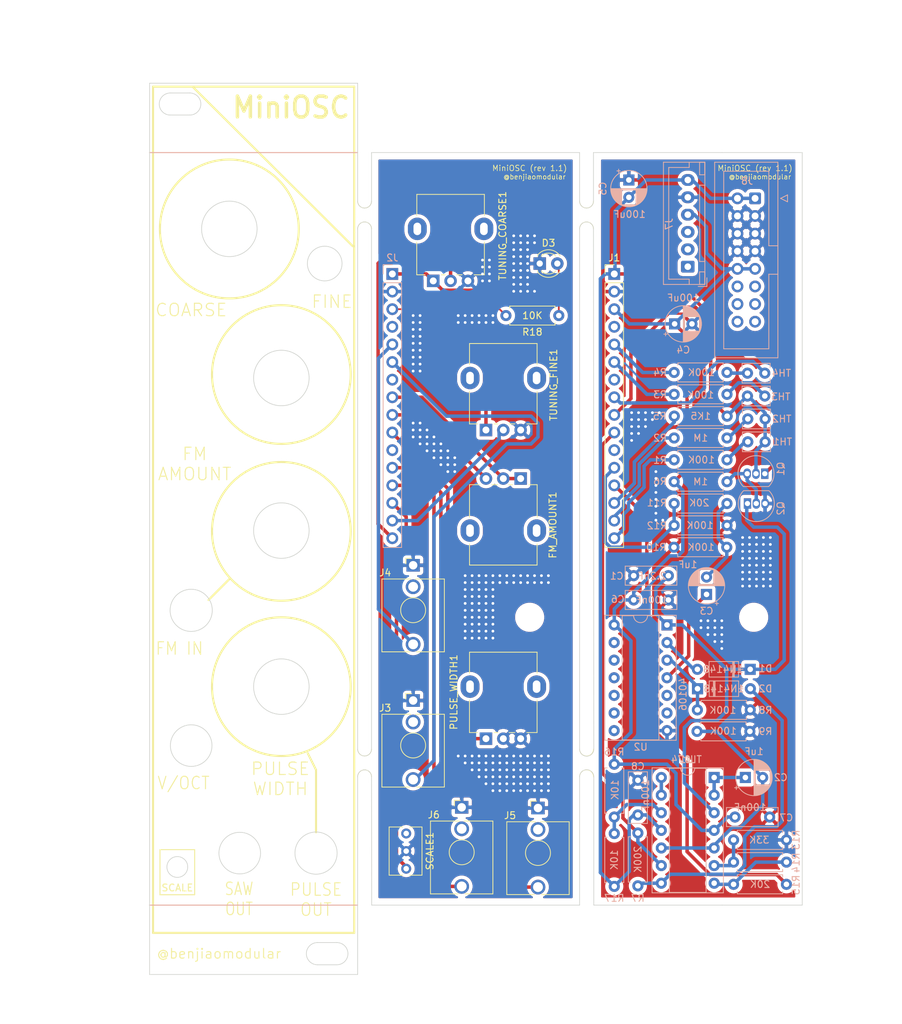
<source format=kicad_pcb>
(kicad_pcb (version 20171130) (host pcbnew 5.1.9+dfsg1-1~bpo10+1)
  (layers (0 F.Cu signal) (31 B.Cu signal) (34 B.Paste user) (35 F.Paste user) (36 B.SilkS user) (37 F.SilkS user) (38 B.Mask user) (39 F.Mask user) (44 Edge.Cuts user))
  (net 0 "")
  (net 1 Earth)
  (net 2 "Net-(C1-Pad1)")
  (net 3 "Net-(C2-Pad2)")
  (net 4 "Net-(C2-Pad1)")
  (net 5 "Net-(C3-Pad1)")
  (net 6 "Net-(C3-Pad2)")
  (net 7 +12V)
  (net 8 -12V)
  (net 9 "Net-(D1-Pad2)")
  (net 10 "Net-(D2-Pad2)")
  (net 11 "Net-(D2-Pad1)")
  (net 12 GND1)
  (net 13 "Net-(D3-Pad2)")
  (net 14 /FrontPanel/FP_FM_AMT_P2)
  (net 15 /FrontPanel/FP_FM_AMT_P3)
  (net 16 "Net-(J1-Pad16)")
  (net 17 "Net-(J1-Pad15)")
  (net 18 SCALE)
  (net 19 "Net-(J1-Pad6)")
  (net 20 "Net-(J1-Pad5)")
  (net 21 FP_12V_NEG)
  (net 22 /FrontPanel/FP_12V_POS)
  (net 23 /FrontPanel/FP_FM_IN)
  (net 24 /FrontPanel/FP_V_OCT_IN)
  (net 25 /FrontPanel/FP_SCALE)
  (net 26 /FrontPanel/FP_FINE)
  (net 27 /FrontPanel/FP_COARSE)
  (net 28 PULSE_OUT)
  (net 29 SAW_OUT)
  (net 30 /FrontPanel/FP_PULSE_WIDTH)
  (net 31 "Net-(Q1-Pad3)")
  (net 32 "Net-(R1-Pad1)")
  (net 33 "Net-(R2-Pad1)")
  (net 34 "Net-(R3-Pad1)")
  (net 35 "Net-(R4-Pad1)")
  (net 36 "Net-(R13-Pad1)")
  (net 37 "Net-(R14-Pad2)")
  (net 38 "Net-(R16-Pad1)")
  (net 39 "Net-(U1-Pad13)")
  (net 40 FM_AMT_P2)
  (net 41 FM_AMT_P3)
  (net 42 PULSE_WIDTH)
  (net 43 /FrontPanel/FP_SAW_OUT)
  (net 44 /FrontPanel/FP_PULSE_OUT)
  (net 45 "Net-(J8-Pad11)")
  (net 46 "Net-(J8-Pad13)")
  (net 47 "Net-(J8-Pad15)")
  (module Panelization:mouse-bite-2mm-slot (layer F.Cu) (at 71 64 90)
    (fp_text reference mouse-bite-2mm-slot hide)
    (fp_text value VAL** hide)
    (pad "" np_thru_hole circle (at 0 -0.75 90) (size 0.5 0.5) (drill 0.5) (layers *.Cu *.Mask))
    (pad "" np_thru_hole circle (at 0 0.75 90) (size 0.5 0.5) (drill 0.5) (layers *.Cu *.Mask))
    (pad "" np_thru_hole circle (at 0.75 -0.75 90) (size 0.5 0.5) (drill 0.5) (layers *.Cu *.Mask))
    (pad "" np_thru_hole circle (at -0.75 -0.75 90) (size 0.5 0.5) (drill 0.5) (layers *.Cu *.Mask))
    (pad "" np_thru_hole circle (at -0.75 0.75 90) (size 0.5 0.5) (drill 0.5) (layers *.Cu *.Mask))
    (pad "" np_thru_hole circle (at 0.75 0.75 90) (size 0.5 0.5) (drill 0.5) (layers *.Cu *.Mask))
  )
  (module Panelization:mouse-bite-2mm-slot (layer F.Cu) (at 103 64 90)
    (fp_text reference mouse-bite-2mm-slot hide)
    (fp_text value VAL** hide)
    (pad "" np_thru_hole circle (at 0 -0.75 90) (size 0.5 0.5) (drill 0.5) (layers *.Cu *.Mask))
    (pad "" np_thru_hole circle (at 0 0.75 90) (size 0.5 0.5) (drill 0.5) (layers *.Cu *.Mask))
    (pad "" np_thru_hole circle (at 0.75 -0.75 90) (size 0.5 0.5) (drill 0.5) (layers *.Cu *.Mask))
    (pad "" np_thru_hole circle (at -0.75 -0.75 90) (size 0.5 0.5) (drill 0.5) (layers *.Cu *.Mask))
    (pad "" np_thru_hole circle (at -0.75 0.75 90) (size 0.5 0.5) (drill 0.5) (layers *.Cu *.Mask))
    (pad "" np_thru_hole circle (at 0.75 0.75 90) (size 0.5 0.5) (drill 0.5) (layers *.Cu *.Mask))
  )
  (module MountingHole:MountingHole_3.2mm_M3 (layer F.Cu) (at 94.8 122)
    (fp_text reference REF** hide)
    (fp_text value MountingHole_3.2mm_M3)
    (pad 1 np_thru_hole circle (at 0 0) (size 3.2 3.2) (drill 3.2) (layers *.Cu *.Mask))
  )
  (module Panelization:mouse-bite-2mm-slot (layer F.Cu) (at 103 143 90)
    (fp_text reference mouse-bite-2mm-slot hide)
    (fp_text value VAL** hide)
    (pad "" np_thru_hole circle (at 0.75 0.75 90) (size 0.5 0.5) (drill 0.5) (layers *.Cu *.Mask))
    (pad "" np_thru_hole circle (at -0.75 0.75 90) (size 0.5 0.5) (drill 0.5) (layers *.Cu *.Mask))
    (pad "" np_thru_hole circle (at -0.75 -0.75 90) (size 0.5 0.5) (drill 0.5) (layers *.Cu *.Mask))
    (pad "" np_thru_hole circle (at 0.75 -0.75 90) (size 0.5 0.5) (drill 0.5) (layers *.Cu *.Mask))
    (pad "" np_thru_hole circle (at 0 0.75 90) (size 0.5 0.5) (drill 0.5) (layers *.Cu *.Mask))
    (pad "" np_thru_hole circle (at 0 -0.75 90) (size 0.5 0.5) (drill 0.5) (layers *.Cu *.Mask))
  )
  (module Panelization:mouse-bite-2mm-slot (layer F.Cu) (at 71 143 90)
    (fp_text reference mouse-bite-2mm-slot hide)
    (fp_text value VAL** hide)
    (pad "" np_thru_hole circle (at 0.75 0.75 90) (size 0.5 0.5) (drill 0.5) (layers *.Cu *.Mask))
    (pad "" np_thru_hole circle (at -0.75 0.75 90) (size 0.5 0.5) (drill 0.5) (layers *.Cu *.Mask))
    (pad "" np_thru_hole circle (at -0.75 -0.75 90) (size 0.5 0.5) (drill 0.5) (layers *.Cu *.Mask))
    (pad "" np_thru_hole circle (at 0.75 -0.75 90) (size 0.5 0.5) (drill 0.5) (layers *.Cu *.Mask))
    (pad "" np_thru_hole circle (at 0 0.75 90) (size 0.5 0.5) (drill 0.5) (layers *.Cu *.Mask))
    (pad "" np_thru_hole circle (at 0 -0.75 90) (size 0.5 0.5) (drill 0.5) (layers *.Cu *.Mask))
  )
  (module MountingHole:MountingHole_3.2mm_M3 (layer F.Cu) (at 127.1 122)
    (fp_text reference REF** hide)
    (fp_text value MountingHole_3.2mm_M3)
    (pad 1 np_thru_hole circle (at 0 0) (size 3.2 3.2) (drill 3.2) (layers *.Cu *.Mask))
  )
  (module Connector_PinSocket_2.54mm:PinSocket_1x16_P2.54mm_Vertical (layer B.Cu) (at 75 72.5 180)
    (fp_text reference J2 (at 0 2.33) (layer B.SilkS) (effects (justify mirror)))
    (fp_text value Conn_01x16_Male)
    (pad 16 thru_hole oval (at 0 -38.1 180) (size 1.7 1.7) (drill 1) (layers *.Cu *.Mask) (net 27 /FrontPanel/FP_COARSE))
    (pad 15 thru_hole oval (at 0 -35.56 180) (size 1.7 1.7) (drill 1) (layers *.Cu *.Mask) (net 26 /FrontPanel/FP_FINE))
    (pad 14 thru_hole oval (at 0 -33.02 180) (size 1.7 1.7) (drill 1) (layers *.Cu *.Mask) (net 25 /FrontPanel/FP_SCALE))
    (pad 13 thru_hole oval (at 0 -30.48 180) (size 1.7 1.7) (drill 1) (layers *.Cu *.Mask) (net 43 /FrontPanel/FP_SAW_OUT))
    (pad 12 thru_hole oval (at 0 -27.94 180) (size 1.7 1.7) (drill 1) (layers *.Cu *.Mask) (net 44 /FrontPanel/FP_PULSE_OUT))
    (pad 11 thru_hole oval (at 0 -25.4 180) (size 1.7 1.7) (drill 1) (layers *.Cu *.Mask))
    (pad 10 thru_hole oval (at 0 -22.86 180) (size 1.7 1.7) (drill 1) (layers *.Cu *.Mask) (net 30 /FrontPanel/FP_PULSE_WIDTH))
    (pad 9 thru_hole oval (at 0 -20.32 180) (size 1.7 1.7) (drill 1) (layers *.Cu *.Mask) (net 15 /FrontPanel/FP_FM_AMT_P3))
    (pad 8 thru_hole oval (at 0 -17.78 180) (size 1.7 1.7) (drill 1) (layers *.Cu *.Mask) (net 14 /FrontPanel/FP_FM_AMT_P2))
    (pad 7 thru_hole oval (at 0 -15.24 180) (size 1.7 1.7) (drill 1) (layers *.Cu *.Mask))
    (pad 6 thru_hole oval (at 0 -12.7 180) (size 1.7 1.7) (drill 1) (layers *.Cu *.Mask) (net 24 /FrontPanel/FP_V_OCT_IN))
    (pad 5 thru_hole oval (at 0 -10.16 180) (size 1.7 1.7) (drill 1) (layers *.Cu *.Mask) (net 23 /FrontPanel/FP_FM_IN))
    (pad 4 thru_hole oval (at 0 -7.62 180) (size 1.7 1.7) (drill 1) (layers *.Cu *.Mask))
    (pad 3 thru_hole oval (at 0 -5.08 180) (size 1.7 1.7) (drill 1) (layers *.Cu *.Mask) (net 22 /FrontPanel/FP_12V_POS))
    (pad 2 thru_hole oval (at 0 -2.54 180) (size 1.7 1.7) (drill 1) (layers *.Cu *.Mask) (net 12 GND1))
    (pad 1 thru_hole rect (at 0 0 180) (size 1.7 1.7) (drill 1) (layers *.Cu *.Mask) (net 21 FP_12V_NEG))
  )
  (module Potentiometer_THT:Potentiometer_Bourns_3266Y_Vertical (layer F.Cu) (at 77 158.25 270)
    (fp_text reference SCALE1 (at -2.54 -3.41 90) (layer F.SilkS))
    (fp_text value 1K)
    (pad 3 thru_hole circle (at -5.08 0 270) (size 1.44 1.44) (drill 0.8) (layers *.Cu *.Mask))
    (pad 2 thru_hole circle (at -2.54 0 270) (size 1.44 1.44) (drill 0.8) (layers *.Cu *.Mask) (net 12 GND1))
    (pad 1 thru_hole circle (at 0 0 270) (size 1.44 1.44) (drill 0.8) (layers *.Cu *.Mask) (net 25 /FrontPanel/FP_SCALE))
  )
  (module Capacitor_THT:C_Rect_L7.2mm_W2.5mm_P5.00mm_FKS2_FKP2_MKS2_MKP2 (layer B.Cu) (at 114.8 116 180)
    (fp_text reference C1 (at 7.45 -0.05) (layer B.SilkS) (effects (justify mirror)))
    (fp_text value 2.2nF (at 2.35 -0.05) (layer B.SilkS) (effects (justify mirror)))
    (pad 2 thru_hole circle (at 5 0 180) (size 1.6 1.6) (drill 0.8) (layers *.Cu *.Mask) (net 1 Earth))
    (pad 1 thru_hole circle (at 0 0 180) (size 1.6 1.6) (drill 0.8) (layers *.Cu *.Mask) (net 2 "Net-(C1-Pad1)"))
  )
  (module Capacitor_THT:CP_Radial_D5.0mm_P2.50mm (layer B.Cu) (at 125.9 145.1)
    (fp_text reference C2 (at 5.1 0) (layer B.SilkS) (effects (justify mirror)))
    (fp_text value 1uF (at 1.25 -3.75) (layer B.SilkS) (effects (justify mirror)))
    (pad 2 thru_hole circle (at 2.5 0) (size 1.6 1.6) (drill 0.8) (layers *.Cu *.Mask) (net 3 "Net-(C2-Pad2)"))
    (pad 1 thru_hole rect (at 0 0) (size 1.6 1.6) (drill 0.8) (layers *.Cu *.Mask) (net 4 "Net-(C2-Pad1)"))
  )
  (module Capacitor_THT:CP_Radial_D5.0mm_P2.50mm (layer B.Cu) (at 120.3 118.7 90)
    (fp_text reference C3 (at -2.4 0 180) (layer B.SilkS) (effects (justify mirror)))
    (fp_text value 1uF (at 4.3 -2.7 180) (layer B.SilkS) (effects (justify mirror)))
    (pad 1 thru_hole rect (at 0 0 90) (size 1.6 1.6) (drill 0.8) (layers *.Cu *.Mask) (net 5 "Net-(C3-Pad1)"))
    (pad 2 thru_hole circle (at 2.5 0 90) (size 1.6 1.6) (drill 0.8) (layers *.Cu *.Mask) (net 6 "Net-(C3-Pad2)"))
  )
  (module Capacitor_THT:C_Rect_L7.2mm_W2.5mm_P5.00mm_FKS2_FKP2_MKS2_MKP2 (layer B.Cu) (at 109.8 119.5)
    (fp_text reference C6 (at -2.3 -0.1) (layer B.SilkS) (effects (justify mirror)))
    (fp_text value 100nF (at 2.6 0) (layer B.SilkS) (effects (justify mirror)))
    (pad 1 thru_hole circle (at 0 0) (size 1.6 1.6) (drill 0.8) (layers *.Cu *.Mask) (net 7 +12V))
    (pad 2 thru_hole circle (at 5 0) (size 1.6 1.6) (drill 0.8) (layers *.Cu *.Mask) (net 1 Earth))
  )
  (module Capacitor_THT:C_Rect_L7.2mm_W2.5mm_P5.00mm_FKS2_FKP2_MKS2_MKP2 (layer B.Cu) (at 124.4 150.8)
    (fp_text reference C7 (at 7.4 0.1) (layer B.SilkS) (effects (justify mirror)))
    (fp_text value 100nF (at 2.2 -1.4) (layer B.SilkS) (effects (justify mirror)))
    (pad 1 thru_hole circle (at 0 0) (size 1.6 1.6) (drill 0.8) (layers *.Cu *.Mask) (net 7 +12V))
    (pad 2 thru_hole circle (at 5 0) (size 1.6 1.6) (drill 0.8) (layers *.Cu *.Mask) (net 1 Earth))
  )
  (module Capacitor_THT:C_Rect_L7.2mm_W2.5mm_P5.00mm_FKS2_FKP2_MKS2_MKP2 (layer B.Cu) (at 110.4 145.5 270)
    (fp_text reference C8 (at -2 0 180) (layer B.SilkS) (effects (justify mirror)))
    (fp_text value 100nF (at 2.2 -1.1 90) (layer B.SilkS) (effects (justify mirror)))
    (pad 2 thru_hole circle (at 5 0 270) (size 1.6 1.6) (drill 0.8) (layers *.Cu *.Mask) (net 8 -12V))
    (pad 1 thru_hole circle (at 0 0 270) (size 1.6 1.6) (drill 0.8) (layers *.Cu *.Mask) (net 1 Earth))
  )
  (module Diode_THT:D_DO-35_SOD27_P7.62mm_Horizontal (layer B.Cu) (at 126.6 129.5 180)
    (fp_text reference D1 (at -2.2 0.1) (layer B.SilkS) (effects (justify mirror)))
    (fp_text value 1N4148 (at 3.9 0) (layer B.SilkS) (effects (justify mirror)))
    (pad 1 thru_hole rect (at 0 0 180) (size 1.6 1.6) (drill 0.8) (layers *.Cu *.Mask) (net 2 "Net-(C1-Pad1)"))
    (pad 2 thru_hole oval (at 7.62 0 180) (size 1.6 1.6) (drill 0.8) (layers *.Cu *.Mask) (net 9 "Net-(D1-Pad2)"))
  )
  (module Diode_THT:D_DO-35_SOD27_P7.62mm_Horizontal (layer B.Cu) (at 119 132.3)
    (fp_text reference D2 (at 9.8 0) (layer B.SilkS) (effects (justify mirror)))
    (fp_text value 1N4148 (at 3.8 0) (layer B.SilkS) (effects (justify mirror)))
    (pad 2 thru_hole oval (at 7.62 0) (size 1.6 1.6) (drill 0.8) (layers *.Cu *.Mask) (net 10 "Net-(D2-Pad2)"))
    (pad 1 thru_hole rect (at 0 0) (size 1.6 1.6) (drill 0.8) (layers *.Cu *.Mask) (net 11 "Net-(D2-Pad1)"))
  )
  (module LED_THT:LED_D3.0mm (layer F.Cu) (at 96.25 71)
    (fp_text reference D3 (at 1.27 -2.96) (layer F.SilkS))
    (fp_text value LED)
    (pad 1 thru_hole rect (at 0 0) (size 1.8 1.8) (drill 0.9) (layers *.Cu *.Mask) (net 12 GND1))
    (pad 2 thru_hole circle (at 2.54 0) (size 1.8 1.8) (drill 0.9) (layers *.Cu *.Mask) (net 13 "Net-(D3-Pad2)"))
  )
  (module Potentiometer_THT:Potentiometer_Alpha_RD901F-40-00D_Single_Vertical (layer F.Cu) (at 93.5 102 270)
    (fp_text reference FM_AMOUNT1 (at 6.71 -4.64 270) (layer F.SilkS))
    (fp_text value 1M)
    (pad 1 thru_hole rect (at 0 0) (size 1.8 1.8) (drill 1) (layers *.Cu *.Mask) (net 14 /FrontPanel/FP_FM_AMT_P2))
    (pad 2 thru_hole circle (at 0 2.5) (size 1.8 1.8) (drill 1) (layers *.Cu *.Mask) (net 14 /FrontPanel/FP_FM_AMT_P2))
    (pad 3 thru_hole circle (at 0 5) (size 1.8 1.8) (drill 1) (layers *.Cu *.Mask) (net 15 /FrontPanel/FP_FM_AMT_P3))
    (pad "" thru_hole oval (at 7.5 7.3) (size 2.72 3.24) (drill oval 1.1 1.8) (layers *.Cu *.Mask))
    (pad "" thru_hole oval (at 7.5 -2.3) (size 2.72 3.24) (drill oval 1.1 1.8) (layers *.Cu *.Mask))
  )
  (module Connector_Audio:Jack_3.5mm_QingPu_WQP-PJ398SM_Vertical_CircularHoles (layer F.Cu) (at 78 134)
    (fp_text reference J3 (at -4.03 1.08 180) (layer F.SilkS))
    (fp_text value V_OCT_IN)
    (pad TN thru_hole circle (at 0 3.1 180) (size 2.13 2.13) (drill 1.42) (layers *.Cu *.Mask))
    (pad S thru_hole rect (at 0 0 180) (size 1.93 1.83) (drill 1.22) (layers *.Cu *.Mask) (net 12 GND1))
    (pad T thru_hole circle (at 0 11.4 180) (size 2.13 2.13) (drill 1.43) (layers *.Cu *.Mask) (net 24 /FrontPanel/FP_V_OCT_IN))
  )
  (module Connector_Audio:Jack_3.5mm_QingPu_WQP-PJ398SM_Vertical_CircularHoles (layer F.Cu) (at 78 114.5)
    (fp_text reference J4 (at -4.03 1.08 180) (layer F.SilkS))
    (fp_text value FM_IN)
    (pad T thru_hole circle (at 0 11.4 180) (size 2.13 2.13) (drill 1.43) (layers *.Cu *.Mask) (net 23 /FrontPanel/FP_FM_IN))
    (pad S thru_hole rect (at 0 0 180) (size 1.93 1.83) (drill 1.22) (layers *.Cu *.Mask) (net 12 GND1))
    (pad TN thru_hole circle (at 0 3.1 180) (size 2.13 2.13) (drill 1.42) (layers *.Cu *.Mask))
  )
  (module Connector_Audio:Jack_3.5mm_QingPu_WQP-PJ398SM_Vertical_CircularHoles (layer F.Cu) (at 96 149.5)
    (fp_text reference J5 (at -4.03 1.08 180) (layer F.SilkS))
    (fp_text value PULSE_OUT)
    (pad TN thru_hole circle (at 0 3.1 180) (size 2.13 2.13) (drill 1.42) (layers *.Cu *.Mask))
    (pad S thru_hole rect (at 0 0 180) (size 1.93 1.83) (drill 1.22) (layers *.Cu *.Mask) (net 12 GND1))
    (pad T thru_hole circle (at 0 11.4 180) (size 2.13 2.13) (drill 1.43) (layers *.Cu *.Mask) (net 44 /FrontPanel/FP_PULSE_OUT))
  )
  (module Connector_Audio:Jack_3.5mm_QingPu_WQP-PJ398SM_Vertical_CircularHoles (layer F.Cu) (at 85 149.4)
    (fp_text reference J6 (at -4.03 1.08 180) (layer F.SilkS))
    (fp_text value SAW_OUT)
    (pad T thru_hole circle (at 0 11.4 180) (size 2.13 2.13) (drill 1.43) (layers *.Cu *.Mask) (net 43 /FrontPanel/FP_SAW_OUT))
    (pad S thru_hole rect (at 0 0 180) (size 1.93 1.83) (drill 1.22) (layers *.Cu *.Mask) (net 12 GND1))
    (pad TN thru_hole circle (at 0 3.1 180) (size 2.13 2.13) (drill 1.42) (layers *.Cu *.Mask))
  )
  (module Connector_JST:JST_XH_B6B-XH-A_1x06_P2.50mm_Vertical (layer B.Cu) (at 117.6 71.45 90)
    (fp_text reference J7 (at 6.15 -2.7 270) (layer B.SilkS) (effects (justify mirror)))
    (fp_text value JST_BUS)
    (pad 1 thru_hole roundrect (at 0 0 90) (size 1.7 1.95) (drill 0.95) (layers *.Cu *.Mask) (roundrect_rratio 0.1470588235294118))
    (pad 2 thru_hole oval (at 2.5 0 90) (size 1.7 1.95) (drill 0.95) (layers *.Cu *.Mask))
    (pad 3 thru_hole oval (at 5 0 90) (size 1.7 1.95) (drill 0.95) (layers *.Cu *.Mask))
    (pad 4 thru_hole oval (at 7.5 0 90) (size 1.7 1.95) (drill 0.95) (layers *.Cu *.Mask) (net 7 +12V))
    (pad 5 thru_hole oval (at 10 0 90) (size 1.7 1.95) (drill 0.95) (layers *.Cu *.Mask) (net 1 Earth))
    (pad 6 thru_hole oval (at 12.5 0 90) (size 1.7 1.95) (drill 0.95) (layers *.Cu *.Mask) (net 8 -12V))
  )
  (module Connector_IDC:IDC-Header_2x08_P2.54mm_Vertical (layer B.Cu) (at 127.3 61.6 180)
    (fp_text reference J8 (at 1.15 2.5) (layer B.SilkS) (effects (justify mirror)))
    (fp_text value IDC_BUS)
    (pad 1 thru_hole roundrect (at 0 0 180) (size 1.7 1.7) (drill 1) (layers *.Cu *.Mask) (roundrect_rratio 0.1470588235294118) (net 8 -12V))
    (pad 3 thru_hole circle (at 0 -2.54 180) (size 1.7 1.7) (drill 1) (layers *.Cu *.Mask) (net 1 Earth))
    (pad 5 thru_hole circle (at 0 -5.08 180) (size 1.7 1.7) (drill 1) (layers *.Cu *.Mask) (net 1 Earth))
    (pad 7 thru_hole circle (at 0 -7.62 180) (size 1.7 1.7) (drill 1) (layers *.Cu *.Mask) (net 1 Earth))
    (pad 9 thru_hole circle (at 0 -10.16 180) (size 1.7 1.7) (drill 1) (layers *.Cu *.Mask) (net 7 +12V))
    (pad 11 thru_hole circle (at 0 -12.7 180) (size 1.7 1.7) (drill 1) (layers *.Cu *.Mask) (net 45 "Net-(J8-Pad11)"))
    (pad 13 thru_hole circle (at 0 -15.24 180) (size 1.7 1.7) (drill 1) (layers *.Cu *.Mask) (net 46 "Net-(J8-Pad13)"))
    (pad 15 thru_hole circle (at 0 -17.78 180) (size 1.7 1.7) (drill 1) (layers *.Cu *.Mask) (net 47 "Net-(J8-Pad15)"))
    (pad 2 thru_hole circle (at 2.54 0 180) (size 1.7 1.7) (drill 1) (layers *.Cu *.Mask) (net 8 -12V))
    (pad 4 thru_hole circle (at 2.54 -2.54 180) (size 1.7 1.7) (drill 1) (layers *.Cu *.Mask) (net 1 Earth))
    (pad 6 thru_hole circle (at 2.54 -5.08 180) (size 1.7 1.7) (drill 1) (layers *.Cu *.Mask) (net 1 Earth))
    (pad 8 thru_hole circle (at 2.54 -7.62 180) (size 1.7 1.7) (drill 1) (layers *.Cu *.Mask) (net 1 Earth))
    (pad 10 thru_hole circle (at 2.54 -10.16 180) (size 1.7 1.7) (drill 1) (layers *.Cu *.Mask) (net 7 +12V))
    (pad 12 thru_hole circle (at 2.54 -12.7 180) (size 1.7 1.7) (drill 1) (layers *.Cu *.Mask) (net 45 "Net-(J8-Pad11)"))
    (pad 14 thru_hole circle (at 2.54 -15.24 180) (size 1.7 1.7) (drill 1) (layers *.Cu *.Mask) (net 46 "Net-(J8-Pad13)"))
    (pad 16 thru_hole circle (at 2.54 -17.78 180) (size 1.7 1.7) (drill 1) (layers *.Cu *.Mask) (net 47 "Net-(J8-Pad15)"))
  )
  (module Potentiometer_THT:Potentiometer_Alpha_RD901F-40-00D_Single_Vertical (layer F.Cu) (at 88.5 139.5 90)
    (fp_text reference PULSE_WIDTH1 (at 6.71 -4.64 270) (layer F.SilkS))
    (fp_text value 100K)
    (pad 1 thru_hole rect (at 0 0 180) (size 1.8 1.8) (drill 1) (layers *.Cu *.Mask) (net 30 /FrontPanel/FP_PULSE_WIDTH))
    (pad 2 thru_hole circle (at 0 2.5 180) (size 1.8 1.8) (drill 1) (layers *.Cu *.Mask) (net 12 GND1))
    (pad 3 thru_hole circle (at 0 5 180) (size 1.8 1.8) (drill 1) (layers *.Cu *.Mask) (net 12 GND1))
    (pad "" thru_hole oval (at 7.5 7.3 180) (size 2.72 3.24) (drill oval 1.1 1.8) (layers *.Cu *.Mask))
    (pad "" thru_hole oval (at 7.5 -2.3 180) (size 2.72 3.24) (drill oval 1.1 1.8) (layers *.Cu *.Mask))
  )
  (module Package_TO_SOT_THT:TO-92_Inline (layer B.Cu) (at 128.7 101.3 180)
    (fp_text reference Q1 (at -2.3 0.7 90) (layer B.SilkS) (effects (justify mirror)))
    (fp_text value BC558)
    (pad 1 thru_hole rect (at 0 0 180) (size 1.05 1.5) (drill 0.75) (layers *.Cu *.Mask) (net 8 -12V))
    (pad 3 thru_hole oval (at 2.54 0 180) (size 1.05 1.5) (drill 0.75) (layers *.Cu *.Mask) (net 31 "Net-(Q1-Pad3)"))
    (pad 2 thru_hole oval (at 1.27 0 180) (size 1.05 1.5) (drill 0.75) (layers *.Cu *.Mask) (net 41 FM_AMT_P3))
  )
  (module Package_TO_SOT_THT:TO-92_Inline (layer B.Cu) (at 126.2 105.6)
    (fp_text reference Q2 (at 4.8 0.7 270) (layer B.SilkS) (effects (justify mirror)))
    (fp_text value BC548)
    (pad 2 thru_hole oval (at 1.27 0) (size 1.05 1.5) (drill 0.75) (layers *.Cu *.Mask) (net 31 "Net-(Q1-Pad3)"))
    (pad 3 thru_hole oval (at 2.54 0) (size 1.05 1.5) (drill 0.75) (layers *.Cu *.Mask) (net 1 Earth))
    (pad 1 thru_hole rect (at 0 0) (size 1.05 1.5) (drill 0.75) (layers *.Cu *.Mask) (net 2 "Net-(C1-Pad1)"))
  )
  (module Resistor_THT:R_Axial_DIN0207_L6.3mm_D2.5mm_P7.62mm_Horizontal (layer B.Cu) (at 123.25 99.3 180)
    (fp_text reference R1 (at 9.65 -0.05) (layer B.SilkS) (effects (justify mirror)))
    (fp_text value 100K (at 3.7 0) (layer B.SilkS) (effects (justify mirror)))
    (pad 1 thru_hole circle (at 0 0 180) (size 1.6 1.6) (drill 0.8) (layers *.Cu *.Mask) (net 32 "Net-(R1-Pad1)"))
    (pad 2 thru_hole oval (at 7.62 0 180) (size 1.6 1.6) (drill 0.8) (layers *.Cu *.Mask) (net 16 "Net-(J1-Pad16)"))
  )
  (module Resistor_THT:R_Axial_DIN0207_L6.3mm_D2.5mm_P7.62mm_Horizontal (layer B.Cu) (at 123.25 96.15 180)
    (fp_text reference R2 (at 9.65 0) (layer B.SilkS) (effects (justify mirror)))
    (fp_text value 1M (at 3.8 0) (layer B.SilkS) (effects (justify mirror)))
    (pad 2 thru_hole oval (at 7.62 0 180) (size 1.6 1.6) (drill 0.8) (layers *.Cu *.Mask) (net 17 "Net-(J1-Pad15)"))
    (pad 1 thru_hole circle (at 0 0 180) (size 1.6 1.6) (drill 0.8) (layers *.Cu *.Mask) (net 33 "Net-(R2-Pad1)"))
  )
  (module Resistor_THT:R_Axial_DIN0207_L6.3mm_D2.5mm_P7.62mm_Horizontal (layer B.Cu) (at 123.25 89.85 180)
    (fp_text reference R3 (at 9.65 -0.05) (layer B.SilkS) (effects (justify mirror)))
    (fp_text value 100K (at 3.81 -0.1) (layer B.SilkS) (effects (justify mirror)))
    (pad 2 thru_hole oval (at 7.62 0 180) (size 1.6 1.6) (drill 0.8) (layers *.Cu *.Mask) (net 19 "Net-(J1-Pad6)"))
    (pad 1 thru_hole circle (at 0 0 180) (size 1.6 1.6) (drill 0.8) (layers *.Cu *.Mask) (net 34 "Net-(R3-Pad1)"))
  )
  (module Resistor_THT:R_Axial_DIN0207_L6.3mm_D2.5mm_P7.62mm_Horizontal (layer B.Cu) (at 123.25 86.7 180)
    (fp_text reference R4 (at 9.65 0) (layer B.SilkS) (effects (justify mirror)))
    (fp_text value 100K (at 3.7 0) (layer B.SilkS) (effects (justify mirror)))
    (pad 1 thru_hole circle (at 0 0 180) (size 1.6 1.6) (drill 0.8) (layers *.Cu *.Mask) (net 35 "Net-(R4-Pad1)"))
    (pad 2 thru_hole oval (at 7.62 0 180) (size 1.6 1.6) (drill 0.8) (layers *.Cu *.Mask) (net 20 "Net-(J1-Pad5)"))
  )
  (module Resistor_THT:R_Axial_DIN0207_L6.3mm_D2.5mm_P7.62mm_Horizontal (layer B.Cu) (at 115.65 93)
    (fp_text reference R5 (at -2.1 0) (layer B.SilkS) (effects (justify mirror)))
    (fp_text value 1K5 (at 3.8 0) (layer B.SilkS) (effects (justify mirror)))
    (pad 2 thru_hole oval (at 7.62 0) (size 1.6 1.6) (drill 0.8) (layers *.Cu *.Mask) (net 41 FM_AMT_P3))
    (pad 1 thru_hole circle (at 0 0) (size 1.6 1.6) (drill 0.8) (layers *.Cu *.Mask) (net 18 SCALE))
  )
  (module Resistor_THT:R_Axial_DIN0207_L6.3mm_D2.5mm_P7.62mm_Horizontal (layer B.Cu) (at 123.25 102.45 180)
    (fp_text reference R6 (at 9.65 0.05) (layer B.SilkS) (effects (justify mirror)))
    (fp_text value 1M (at 3.81 0) (layer B.SilkS) (effects (justify mirror)))
    (pad 1 thru_hole circle (at 0 0 180) (size 1.6 1.6) (drill 0.8) (layers *.Cu *.Mask) (net 31 "Net-(Q1-Pad3)"))
    (pad 2 thru_hole oval (at 7.62 0 180) (size 1.6 1.6) (drill 0.8) (layers *.Cu *.Mask) (net 7 +12V))
  )
  (module Resistor_THT:R_Axial_DIN0207_L6.3mm_D2.5mm_P7.62mm_Horizontal (layer B.Cu) (at 110.4 153.1 270)
    (fp_text reference R7 (at 9.4 0) (layer B.SilkS) (effects (justify mirror)))
    (fp_text value 200K (at 3.8 0 90) (layer B.SilkS) (effects (justify mirror)))
    (pad 1 thru_hole circle (at 0 0 270) (size 1.6 1.6) (drill 0.8) (layers *.Cu *.Mask) (net 42 PULSE_WIDTH))
    (pad 2 thru_hole oval (at 7.62 0 270) (size 1.6 1.6) (drill 0.8) (layers *.Cu *.Mask) (net 10 "Net-(D2-Pad2)"))
  )
  (module Resistor_THT:R_Axial_DIN0207_L6.3mm_D2.5mm_P7.62mm_Horizontal (layer B.Cu) (at 126.6 135.35 180)
    (fp_text reference R8 (at -2.2 -0.05) (layer B.SilkS) (effects (justify mirror)))
    (fp_text value 100K (at 3.95 -0.05) (layer B.SilkS) (effects (justify mirror)))
    (pad 2 thru_hole oval (at 7.62 0 180) (size 1.6 1.6) (drill 0.8) (layers *.Cu *.Mask) (net 11 "Net-(D2-Pad1)"))
    (pad 1 thru_hole circle (at 0 0 180) (size 1.6 1.6) (drill 0.8) (layers *.Cu *.Mask) (net 1 Earth))
  )
  (module Resistor_THT:R_Axial_DIN0207_L6.3mm_D2.5mm_P7.62mm_Horizontal (layer B.Cu) (at 126.55 138.45 180)
    (fp_text reference R9 (at -2.25 0) (layer B.SilkS) (effects (justify mirror)))
    (fp_text value 100K (at 3.85 0.05) (layer B.SilkS) (effects (justify mirror)))
    (pad 1 thru_hole circle (at 0 0 180) (size 1.6 1.6) (drill 0.8) (layers *.Cu *.Mask) (net 1 Earth))
    (pad 2 thru_hole oval (at 7.62 0 180) (size 1.6 1.6) (drill 0.8) (layers *.Cu *.Mask) (net 3 "Net-(C2-Pad2)"))
  )
  (module Resistor_THT:R_Axial_DIN0207_L6.3mm_D2.5mm_P7.62mm_Horizontal (layer B.Cu) (at 115.6 111.9)
    (fp_text reference R10 (at -2.55 0) (layer B.SilkS) (effects (justify mirror)))
    (fp_text value 100K (at 3.9 0) (layer B.SilkS) (effects (justify mirror)))
    (pad 1 thru_hole circle (at 0 0) (size 1.6 1.6) (drill 0.8) (layers *.Cu *.Mask) (net 1 Earth))
    (pad 2 thru_hole oval (at 7.62 0) (size 1.6 1.6) (drill 0.8) (layers *.Cu *.Mask) (net 6 "Net-(C3-Pad2)"))
  )
  (module Resistor_THT:R_Axial_DIN0207_L6.3mm_D2.5mm_P7.62mm_Horizontal (layer B.Cu) (at 123.25 105.6 180)
    (fp_text reference R11 (at 10.1 0.1) (layer B.SilkS) (effects (justify mirror)))
    (fp_text value 20K (at 4 0.1) (layer B.SilkS) (effects (justify mirror)))
    (pad 2 thru_hole oval (at 7.62 0 180) (size 1.6 1.6) (drill 0.8) (layers *.Cu *.Mask) (net 28 PULSE_OUT))
    (pad 1 thru_hole circle (at 0 0 180) (size 1.6 1.6) (drill 0.8) (layers *.Cu *.Mask) (net 6 "Net-(C3-Pad2)"))
  )
  (module Resistor_THT:R_Axial_DIN0207_L6.3mm_D2.5mm_P7.62mm_Horizontal (layer B.Cu) (at 123.25 108.75 180)
    (fp_text reference R12 (at 10.1 -0.05) (layer B.SilkS) (effects (justify mirror)))
    (fp_text value 100K (at 3.9 0) (layer B.SilkS) (effects (justify mirror)))
    (pad 1 thru_hole circle (at 0 0 180) (size 1.6 1.6) (drill 0.8) (layers *.Cu *.Mask) (net 1 Earth))
    (pad 2 thru_hole oval (at 7.62 0 180) (size 1.6 1.6) (drill 0.8) (layers *.Cu *.Mask) (net 28 PULSE_OUT))
  )
  (module Resistor_THT:R_Axial_DIN0207_L6.3mm_D2.5mm_P7.62mm_Horizontal (layer B.Cu) (at 124.2 154.1)
    (fp_text reference R13 (at 9 0 90) (layer B.SilkS) (effects (justify mirror)))
    (fp_text value 33K (at 3.7 0) (layer B.SilkS) (effects (justify mirror)))
    (pad 1 thru_hole circle (at 0 0) (size 1.6 1.6) (drill 0.8) (layers *.Cu *.Mask) (net 36 "Net-(R13-Pad1)"))
    (pad 2 thru_hole oval (at 7.62 0) (size 1.6 1.6) (drill 0.8) (layers *.Cu *.Mask) (net 1 Earth))
  )
  (module Resistor_THT:R_Axial_DIN0207_L6.3mm_D2.5mm_P7.62mm_Horizontal (layer B.Cu) (at 124.2 157.3)
    (fp_text reference R14 (at 9 0.1 270) (layer B.SilkS) (effects (justify mirror)))
    (fp_text value 100K)
    (pad 2 thru_hole oval (at 7.62 0) (size 1.6 1.6) (drill 0.8) (layers *.Cu *.Mask) (net 37 "Net-(R14-Pad2)"))
    (pad 1 thru_hole circle (at 0 0) (size 1.6 1.6) (drill 0.8) (layers *.Cu *.Mask) (net 36 "Net-(R13-Pad1)"))
  )
  (module Resistor_THT:R_Axial_DIN0207_L6.3mm_D2.5mm_P7.62mm_Horizontal (layer B.Cu) (at 124.2 160.5)
    (fp_text reference R15 (at 9 0.1 90) (layer B.SilkS) (effects (justify mirror)))
    (fp_text value 20K (at 3.81 0) (layer B.SilkS) (effects (justify mirror)))
    (pad 2 thru_hole oval (at 7.62 0) (size 1.6 1.6) (drill 0.8) (layers *.Cu *.Mask) (net 29 SAW_OUT))
    (pad 1 thru_hole circle (at 0 0) (size 1.6 1.6) (drill 0.8) (layers *.Cu *.Mask) (net 37 "Net-(R14-Pad2)"))
  )
  (module Resistor_THT:R_Axial_DIN0207_L6.3mm_D2.5mm_P7.62mm_Horizontal (layer B.Cu) (at 107 150.8 90)
    (fp_text reference R16 (at 9.4 0 180) (layer B.SilkS) (effects (justify mirror)))
    (fp_text value 10K (at 3.9 0.1 90) (layer B.SilkS) (effects (justify mirror)))
    (pad 2 thru_hole oval (at 7.62 0 90) (size 1.6 1.6) (drill 0.8) (layers *.Cu *.Mask) (net 7 +12V))
    (pad 1 thru_hole circle (at 0 0 90) (size 1.6 1.6) (drill 0.8) (layers *.Cu *.Mask) (net 38 "Net-(R16-Pad1)"))
  )
  (module Resistor_THT:R_Axial_DIN0207_L6.3mm_D2.5mm_P7.62mm_Horizontal (layer B.Cu) (at 107 160.8 90)
    (fp_text reference R17 (at -1.7 0) (layer B.SilkS) (effects (justify mirror)))
    (fp_text value 10K (at 3.81 0 90) (layer B.SilkS) (effects (justify mirror)))
    (pad 1 thru_hole circle (at 0 0 90) (size 1.6 1.6) (drill 0.8) (layers *.Cu *.Mask) (net 8 -12V))
    (pad 2 thru_hole oval (at 7.62 0 90) (size 1.6 1.6) (drill 0.8) (layers *.Cu *.Mask) (net 38 "Net-(R16-Pad1)"))
  )
  (module Resistor_THT:R_Axial_DIN0207_L6.3mm_D2.5mm_P7.62mm_Horizontal (layer F.Cu) (at 99 78.5 180)
    (fp_text reference R18 (at 3.81 -2.37) (layer F.SilkS))
    (fp_text value 10K (at 3.81 0) (layer F.SilkS))
    (pad 2 thru_hole oval (at 7.62 0 180) (size 1.6 1.6) (drill 0.8) (layers *.Cu *.Mask) (net 22 /FrontPanel/FP_12V_POS))
    (pad 1 thru_hole circle (at 0 0 180) (size 1.6 1.6) (drill 0.8) (layers *.Cu *.Mask) (net 13 "Net-(D3-Pad2)"))
  )
  (module Capacitor_THT:C_Disc_D3.8mm_W2.6mm_P2.50mm (layer B.Cu) (at 128.75 96.7 180)
    (fp_text reference TH1 (at -2.5 0) (layer B.SilkS) (effects (justify mirror)))
    (fp_text value "10K NTC")
    (pad 2 thru_hole circle (at 2.5 0 180) (size 1.6 1.6) (drill 0.8) (layers *.Cu *.Mask) (net 32 "Net-(R1-Pad1)"))
    (pad 1 thru_hole circle (at 0 0 180) (size 1.6 1.6) (drill 0.8) (layers *.Cu *.Mask) (net 41 FM_AMT_P3))
  )
  (module Capacitor_THT:C_Disc_D3.8mm_W2.6mm_P2.50mm (layer B.Cu) (at 128.75 93.4 180)
    (fp_text reference TH2 (at -2.4 0) (layer B.SilkS) (effects (justify mirror)))
    (fp_text value "10K NTC")
    (pad 1 thru_hole circle (at 0 0 180) (size 1.6 1.6) (drill 0.8) (layers *.Cu *.Mask) (net 41 FM_AMT_P3))
    (pad 2 thru_hole circle (at 2.5 0 180) (size 1.6 1.6) (drill 0.8) (layers *.Cu *.Mask) (net 33 "Net-(R2-Pad1)"))
  )
  (module Capacitor_THT:C_Disc_D3.8mm_W2.6mm_P2.50mm (layer B.Cu) (at 126.2 90.1)
    (fp_text reference TH3 (at 4.8 0.1) (layer B.SilkS) (effects (justify mirror)))
    (fp_text value "10K NTC")
    (pad 2 thru_hole circle (at 2.5 0) (size 1.6 1.6) (drill 0.8) (layers *.Cu *.Mask) (net 34 "Net-(R3-Pad1)"))
    (pad 1 thru_hole circle (at 0 0) (size 1.6 1.6) (drill 0.8) (layers *.Cu *.Mask) (net 41 FM_AMT_P3))
  )
  (module Capacitor_THT:C_Disc_D3.8mm_W2.6mm_P2.50mm (layer B.Cu) (at 128.7 86.8 180)
    (fp_text reference TH4 (at -2.4 0) (layer B.SilkS) (effects (justify mirror)))
    (fp_text value "10K NTC")
    (pad 1 thru_hole circle (at 0 0 180) (size 1.6 1.6) (drill 0.8) (layers *.Cu *.Mask) (net 40 FM_AMT_P2))
    (pad 2 thru_hole circle (at 2.5 0 180) (size 1.6 1.6) (drill 0.8) (layers *.Cu *.Mask) (net 35 "Net-(R4-Pad1)"))
  )
  (module Potentiometer_THT:Potentiometer_Alpha_RD901F-40-00D_Single_Vertical (layer F.Cu) (at 80.9 73.5 90)
    (fp_text reference TUNING_COARSE1 (at 6.5 10 270) (layer F.SilkS))
    (fp_text value 100K)
    (pad "" thru_hole oval (at 7.5 -2.3 180) (size 2.72 3.24) (drill oval 1.1 1.8) (layers *.Cu *.Mask))
    (pad "" thru_hole oval (at 7.5 7.3 180) (size 2.72 3.24) (drill oval 1.1 1.8) (layers *.Cu *.Mask))
    (pad 3 thru_hole circle (at 0 5 180) (size 1.8 1.8) (drill 1) (layers *.Cu *.Mask) (net 12 GND1))
    (pad 2 thru_hole circle (at 0 2.5 180) (size 1.8 1.8) (drill 1) (layers *.Cu *.Mask) (net 27 /FrontPanel/FP_COARSE))
    (pad 1 thru_hole rect (at 0 0 180) (size 1.8 1.8) (drill 1) (layers *.Cu *.Mask) (net 21 FP_12V_NEG))
  )
  (module Potentiometer_THT:Potentiometer_Alpha_RD901F-40-00D_Single_Vertical (layer F.Cu) (at 88.5 95 90)
    (fp_text reference TUNING_FINE1 (at 6.5 9.75 270) (layer F.SilkS))
    (fp_text value 100K)
    (pad "" thru_hole oval (at 7.5 -2.3 180) (size 2.72 3.24) (drill oval 1.1 1.8) (layers *.Cu *.Mask))
    (pad "" thru_hole oval (at 7.5 7.3 180) (size 2.72 3.24) (drill oval 1.1 1.8) (layers *.Cu *.Mask))
    (pad 3 thru_hole circle (at 0 5 180) (size 1.8 1.8) (drill 1) (layers *.Cu *.Mask) (net 12 GND1))
    (pad 2 thru_hole circle (at 0 2.5 180) (size 1.8 1.8) (drill 1) (layers *.Cu *.Mask) (net 26 /FrontPanel/FP_FINE))
    (pad 1 thru_hole rect (at 0 0 180) (size 1.8 1.8) (drill 1) (layers *.Cu *.Mask) (net 21 FP_12V_NEG))
  )
  (module Package_DIP:DIP-14_W7.62mm_Socket (layer B.Cu) (at 121.4 145.1 180)
    (fp_text reference U1 (at 4 2.6) (layer B.SilkS) (effects (justify mirror)))
    (fp_text value TL074 (at 4 2.6) (layer B.SilkS) (effects (justify mirror)))
    (pad 14 thru_hole oval (at 7.62 0 180) (size 1.6 1.6) (drill 0.8) (layers *.Cu *.Mask) (net 39 "Net-(U1-Pad13)"))
    (pad 7 thru_hole oval (at 0 -15.24 180) (size 1.6 1.6) (drill 0.8) (layers *.Cu *.Mask) (net 37 "Net-(R14-Pad2)"))
    (pad 13 thru_hole oval (at 7.62 -2.54 180) (size 1.6 1.6) (drill 0.8) (layers *.Cu *.Mask) (net 39 "Net-(U1-Pad13)"))
    (pad 6 thru_hole oval (at 0 -12.7 180) (size 1.6 1.6) (drill 0.8) (layers *.Cu *.Mask) (net 36 "Net-(R13-Pad1)"))
    (pad 12 thru_hole oval (at 7.62 -5.08 180) (size 1.6 1.6) (drill 0.8) (layers *.Cu *.Mask) (net 38 "Net-(R16-Pad1)"))
    (pad 5 thru_hole oval (at 0 -10.16 180) (size 1.6 1.6) (drill 0.8) (layers *.Cu *.Mask) (net 3 "Net-(C2-Pad2)"))
    (pad 11 thru_hole oval (at 7.62 -7.62 180) (size 1.6 1.6) (drill 0.8) (layers *.Cu *.Mask) (net 8 -12V))
    (pad 4 thru_hole oval (at 0 -7.62 180) (size 1.6 1.6) (drill 0.8) (layers *.Cu *.Mask) (net 7 +12V))
    (pad 10 thru_hole oval (at 7.62 -10.16 180) (size 1.6 1.6) (drill 0.8) (layers *.Cu *.Mask) (net 3 "Net-(C2-Pad2)"))
    (pad 3 thru_hole oval (at 0 -5.08 180) (size 1.6 1.6) (drill 0.8) (layers *.Cu *.Mask) (net 2 "Net-(C1-Pad1)"))
    (pad 9 thru_hole oval (at 7.62 -12.7 180) (size 1.6 1.6) (drill 0.8) (layers *.Cu *.Mask) (net 42 PULSE_WIDTH))
    (pad 2 thru_hole oval (at 0 -2.54 180) (size 1.6 1.6) (drill 0.8) (layers *.Cu *.Mask) (net 4 "Net-(C2-Pad1)"))
    (pad 8 thru_hole oval (at 7.62 -15.24 180) (size 1.6 1.6) (drill 0.8) (layers *.Cu *.Mask) (net 10 "Net-(D2-Pad2)"))
    (pad 1 thru_hole rect (at 0 0 180) (size 1.6 1.6) (drill 0.8) (layers *.Cu *.Mask) (net 4 "Net-(C2-Pad1)"))
  )
  (module Package_DIP:DIP-14_W7.62mm_Socket (layer B.Cu) (at 114.6 123.1 180)
    (fp_text reference U2 (at 3.8 -17.6) (layer B.SilkS) (effects (justify mirror)))
    (fp_text value 40106 (at -2.3 -10 270) (layer B.SilkS) (effects (justify mirror)))
    (pad 1 thru_hole rect (at 0 0 180) (size 1.6 1.6) (drill 0.8) (layers *.Cu *.Mask) (net 2 "Net-(C1-Pad1)"))
    (pad 8 thru_hole oval (at 7.62 -15.24 180) (size 1.6 1.6) (drill 0.8) (layers *.Cu *.Mask))
    (pad 2 thru_hole oval (at 0 -2.54 180) (size 1.6 1.6) (drill 0.8) (layers *.Cu *.Mask) (net 9 "Net-(D1-Pad2)"))
    (pad 9 thru_hole oval (at 7.62 -12.7 180) (size 1.6 1.6) (drill 0.8) (layers *.Cu *.Mask))
    (pad 3 thru_hole oval (at 0 -5.08 180) (size 1.6 1.6) (drill 0.8) (layers *.Cu *.Mask) (net 11 "Net-(D2-Pad1)"))
    (pad 10 thru_hole oval (at 7.62 -10.16 180) (size 1.6 1.6) (drill 0.8) (layers *.Cu *.Mask))
    (pad 4 thru_hole oval (at 0 -7.62 180) (size 1.6 1.6) (drill 0.8) (layers *.Cu *.Mask) (net 5 "Net-(C3-Pad1)"))
    (pad 11 thru_hole oval (at 7.62 -7.62 180) (size 1.6 1.6) (drill 0.8) (layers *.Cu *.Mask))
    (pad 5 thru_hole oval (at 0 -10.16 180) (size 1.6 1.6) (drill 0.8) (layers *.Cu *.Mask))
    (pad 12 thru_hole oval (at 7.62 -5.08 180) (size 1.6 1.6) (drill 0.8) (layers *.Cu *.Mask))
    (pad 6 thru_hole oval (at 0 -12.7 180) (size 1.6 1.6) (drill 0.8) (layers *.Cu *.Mask))
    (pad 13 thru_hole oval (at 7.62 -2.54 180) (size 1.6 1.6) (drill 0.8) (layers *.Cu *.Mask))
    (pad 7 thru_hole oval (at 0 -15.24 180) (size 1.6 1.6) (drill 0.8) (layers *.Cu *.Mask) (net 1 Earth))
    (pad 14 thru_hole oval (at 7.62 0 180) (size 1.6 1.6) (drill 0.8) (layers *.Cu *.Mask) (net 7 +12V))
  )
  (module Connector_PinHeader_2.54mm:PinHeader_1x16_P2.54mm_Vertical (layer F.Cu) (at 107 72.5)
    (fp_text reference J1 (at 0 -2.33) (layer F.SilkS))
    (fp_text value Conn_01x16_Female)
    (pad 1 thru_hole rect (at 0 0) (size 1.7 1.7) (drill 1) (layers *.Cu *.Mask) (net 8 -12V))
    (pad 2 thru_hole oval (at 0 2.54) (size 1.7 1.7) (drill 1) (layers *.Cu *.Mask) (net 1 Earth))
    (pad 3 thru_hole oval (at 0 5.08) (size 1.7 1.7) (drill 1) (layers *.Cu *.Mask) (net 7 +12V))
    (pad 4 thru_hole oval (at 0 7.62) (size 1.7 1.7) (drill 1) (layers *.Cu *.Mask))
    (pad 5 thru_hole oval (at 0 10.16) (size 1.7 1.7) (drill 1) (layers *.Cu *.Mask) (net 20 "Net-(J1-Pad5)"))
    (pad 6 thru_hole oval (at 0 12.7) (size 1.7 1.7) (drill 1) (layers *.Cu *.Mask) (net 19 "Net-(J1-Pad6)"))
    (pad 7 thru_hole oval (at 0 15.24) (size 1.7 1.7) (drill 1) (layers *.Cu *.Mask))
    (pad 8 thru_hole oval (at 0 17.78) (size 1.7 1.7) (drill 1) (layers *.Cu *.Mask) (net 40 FM_AMT_P2))
    (pad 9 thru_hole oval (at 0 20.32) (size 1.7 1.7) (drill 1) (layers *.Cu *.Mask) (net 41 FM_AMT_P3))
    (pad 10 thru_hole oval (at 0 22.86) (size 1.7 1.7) (drill 1) (layers *.Cu *.Mask) (net 42 PULSE_WIDTH))
    (pad 11 thru_hole oval (at 0 25.4) (size 1.7 1.7) (drill 1) (layers *.Cu *.Mask))
    (pad 12 thru_hole oval (at 0 27.94) (size 1.7 1.7) (drill 1) (layers *.Cu *.Mask) (net 28 PULSE_OUT))
    (pad 13 thru_hole oval (at 0 30.48) (size 1.7 1.7) (drill 1) (layers *.Cu *.Mask) (net 29 SAW_OUT))
    (pad 14 thru_hole oval (at 0 33.02) (size 1.7 1.7) (drill 1) (layers *.Cu *.Mask) (net 18 SCALE))
    (pad 15 thru_hole oval (at 0 35.56) (size 1.7 1.7) (drill 1) (layers *.Cu *.Mask) (net 17 "Net-(J1-Pad15)"))
    (pad 16 thru_hole oval (at 0 38.1) (size 1.7 1.7) (drill 1) (layers *.Cu *.Mask) (net 16 "Net-(J1-Pad16)"))
  )
  (module Capacitor_THT:CP_Radial_D5.0mm_P2.50mm (layer B.Cu) (at 115.7 79.7)
    (fp_text reference C4 (at 1.25 3.75) (layer B.SilkS) (effects (justify mirror)))
    (fp_text value 100uF (at 1.25 -3.75) (layer B.SilkS) (effects (justify mirror)))
    (pad 2 thru_hole circle (at 2.5 0) (size 1.6 1.6) (drill 0.8) (layers *.Cu *.Mask) (net 1 Earth))
    (pad 1 thru_hole rect (at 0 0) (size 1.6 1.6) (drill 0.8) (layers *.Cu *.Mask) (net 7 +12V))
  )
  (module Capacitor_THT:CP_Radial_D5.0mm_P2.50mm (layer B.Cu) (at 109.1 58.95 270)
    (fp_text reference C5 (at 1.25 3.75 90) (layer B.SilkS) (effects (justify mirror)))
    (fp_text value 100uF (at 4.95 -0.1 180) (layer B.SilkS) (effects (justify mirror)))
    (pad 1 thru_hole rect (at 0 0 270) (size 1.6 1.6) (drill 0.8) (layers *.Cu *.Mask) (net 1 Earth))
    (pad 2 thru_hole circle (at 2.5 0 270) (size 1.6 1.6) (drill 0.8) (layers *.Cu *.Mask) (net 8 -12V))
  )
  (gr_arc (start 71 66) (end 72 66) (angle -180) (layer Edge.Cuts) (width 0.1))
  (gr_arc (start 71 62) (end 70 62) (angle -180) (layer Edge.Cuts) (width 0.1))
  (gr_line (start 70 45) (end 70 62) (layer Edge.Cuts) (width 0.1))
  (gr_line (start 72 62) (end 72 55) (layer Edge.Cuts) (width 0.1))
  (gr_arc (start 103 66) (end 104 66) (angle -180) (layer Edge.Cuts) (width 0.1))
  (gr_arc (start 103 62) (end 102 62) (angle -180) (layer Edge.Cuts) (width 0.1))
  (gr_line (start 102 55) (end 102 62) (layer Edge.Cuts) (width 0.1))
  (gr_line (start 104 62) (end 104 55) (layer Edge.Cuts) (width 0.1))
  (gr_text @benjiaomodular (at 128 58.5) (layer F.SilkS) (effects (font (size 0.7 0.7) (thickness 0.1))))
  (gr_text @benjiaomodular (at 95.5 58.5) (layer F.SilkS) (effects (font (size 0.7 0.7) (thickness 0.1))))
  (gr_text "MiniOSC (rev 1.1)" (at 132.75 57.25) (layer F.SilkS) (effects (font (size 0.8 0.8) (thickness 0.1)) (justify right)))
  (gr_text "MiniOSC (rev 1.1)" (at 100.25 57.25) (layer F.SilkS) (effects (font (size 0.8 0.8) (thickness 0.1)) (justify right)))
  (gr_line (start 40 163.5) (end 70 163.5) (layer B.SilkS) (width 0.15))
  (gr_line (start 70 55) (end 40 55) (layer B.SilkS) (width 0.15))
  (gr_text @benjiaomodular (at 50 170.5) (layer F.SilkS) (effects (font (size 1.4 1.4))))
  (gr_line (start 122.55 163.5) (end 134.1 163.5) (layer Edge.Cuts) (width 0.1))
  (gr_line (start 134.1 55) (end 122.55 55) (layer Edge.Cuts) (width 0.1))
  (gr_line (start 104 66) (end 104.05 141) (layer Edge.Cuts) (width 0.1))
  (gr_line (start 102 141) (end 102 66) (layer Edge.Cuts) (width 0.1))
  (gr_arc (start 103.024803 145) (end 104.049803 145) (angle -178.8766436) (layer Edge.Cuts) (width 0.1))
  (gr_arc (start 103.025 141) (end 102 141) (angle -180) (layer Edge.Cuts) (width 0.1))
  (gr_arc (start 71 145) (end 72 144.95) (angle -177.1375948) (layer Edge.Cuts) (width 0.1))
  (gr_arc (start 71 141) (end 70 141) (angle -177.797523) (layer Edge.Cuts) (width 0.1))
  (gr_line (start 69.998751 145) (end 70 173.5) (layer Edge.Cuts) (width 0.1))
  (gr_line (start 71.999261 141.038431) (end 72 66) (layer Edge.Cuts) (width 0.1))
  (gr_line (start 134.1 55) (end 134.1 163.5) (layer Edge.Cuts) (width 0.1))
  (gr_line (start 104 55) (end 122.55 55) (layer Edge.Cuts) (width 0.1))
  (gr_line (start 104.05 163.5) (end 104.049803 145) (layer Edge.Cuts) (width 0.1))
  (gr_line (start 122.55 163.5) (end 104.05 163.5) (layer Edge.Cuts) (width 0.1))
  (gr_line (start 72.025 163.5) (end 72 144.95) (layer Edge.Cuts) (width 0.1))
  (gr_line (start 102 163.5) (end 72.025 163.5) (layer Edge.Cuts) (width 0.1))
  (gr_line (start 102 144.979905) (end 102 163.5) (layer Edge.Cuts) (width 0.1))
  (gr_line (start 72 55) (end 102 55) (layer Edge.Cuts) (width 0.1))
  (gr_circle (center 65.25 71) (end 67.75 71) (layer Edge.Cuts) (width 0.1))
  (gr_line (start 69.5 45.5) (end 69.5 66.5) (layer F.SilkS) (width 0.3))
  (gr_line (start 40.5 45.5) (end 69.5 45.5) (layer F.SilkS) (width 0.3))
  (gr_text "FM\nAMOUNT" (at 46.5 99.9) (layer F.SilkS) (effects (font (size 1.8 1.8))))
  (gr_text "PULSE\nWIDTH" (at 58.856124 145.289888) (layer F.SilkS) (effects (font (size 1.8 1.8))))
  (gr_line (start 64.2 172.100031) (end 66.96 172.0995) (layer Edge.Cuts) (width 0.1))
  (gr_arc (start 64.2 170.5) (end 64.21 168.9) (angle -180.358094) (layer Edge.Cuts) (width 0.1))
  (gr_line (start 64.21 168.9) (end 67 168.9) (layer Edge.Cuts) (width 0.1))
  (gr_arc (start 67 170.5) (end 66.96 172.0995) (angle -181.4325437) (layer Edge.Cuts) (width 0.1))
  (gr_line (start 42.961081 49.59024) (end 45.78 49.59) (layer Edge.Cuts) (width 0.1))
  (gr_line (start 43.03 46.41) (end 45.814458 46.40994) (layer Edge.Cuts) (width 0.1))
  (gr_arc (start 45.8 48) (end 45.78 49.59) (angle -180.1997024) (layer Edge.Cuts) (width 0.1))
  (gr_arc (start 42.99 48) (end 43.03 46.41) (angle -180.3992644) (layer Edge.Cuts) (width 0.1))
  (gr_line (start 41.5 162) (end 41.5 155.5) (layer F.SilkS) (width 0.15))
  (gr_line (start 46.5 162) (end 41.5 162) (layer F.SilkS) (width 0.15))
  (gr_line (start 46.5 155.5) (end 46.5 162) (layer F.SilkS) (width 0.15))
  (gr_line (start 41.5 155.5) (end 46.5 155.5) (layer F.SilkS) (width 0.15))
  (gr_text SCALE (at 44 161) (layer F.SilkS) (effects (font (size 1 1))))
  (gr_circle (center 44 158) (end 45.5 158) (layer Edge.Cuts) (width 0.1))
  (gr_line (start 69.5 167.5) (end 69.5 66.5) (layer F.SilkS) (width 0.3))
  (gr_line (start 40.5 167.5) (end 69.5 167.5) (layer F.SilkS) (width 0.3))
  (gr_line (start 40.5 45.5) (end 40.5 167.5) (layer F.SilkS) (width 0.3))
  (gr_line (start 46.3 45.6) (end 69.3 68.5) (layer F.SilkS) (width 0.3))
  (gr_text MiniOSC (at 60.4 48.5) (layer F.SilkS) (effects (font (size 3 2.8) (thickness 0.5))))
  (gr_line (start 48.5 119.5) (end 51.5 116.5) (layer F.SilkS) (width 0.3))
  (gr_line (start 64 144) (end 62.8 141.6) (layer F.SilkS) (width 0.3))
  (gr_line (start 64 153) (end 64 144) (layer F.SilkS) (width 0.3))
  (gr_text V/OCT (at 44.9 145.9) (layer F.SilkS) (effects (font (size 1.8 1.6))))
  (gr_text "SAW\nOUT" (at 52.9 162.6) (layer F.SilkS) (effects (font (size 1.8 1.4))))
  (gr_text "PULSE\nOUT" (at 64 162.7) (layer F.SilkS) (effects (font (size 1.8 1.6))))
  (gr_text "FM IN" (at 44.3 126.5) (layer F.SilkS) (effects (font (size 1.8 1.6))))
  (gr_text FINE (at 66.3 76.5) (layer F.SilkS) (effects (font (size 1.8 1.8))))
  (gr_text COARSE (at 46 77.7) (layer F.SilkS) (effects (font (size 1.8 1.8))))
  (gr_circle (center 59 132) (end 69 132) (layer F.SilkS) (width 0.3))
  (gr_circle (center 51.5 66.012492) (end 61.512492 66.012492) (layer F.SilkS) (width 0.3))
  (gr_circle (center 59 87) (end 69 87) (layer F.SilkS) (width 0.3))
  (gr_circle (center 59 109.611874) (end 69 109.5) (layer F.SilkS) (width 0.3))
  (gr_circle (center 59 132) (end 63 132) (layer Edge.Cuts) (width 0.1))
  (gr_circle (center 59 109.5) (end 63 109.5) (layer Edge.Cuts) (width 0.1))
  (gr_circle (center 59 87.5) (end 63 87.5) (layer Edge.Cuts) (width 0.1))
  (gr_circle (center 51.5 66) (end 55.5 66) (layer Edge.Cuts) (width 0.1))
  (gr_circle (center 53 156) (end 56 156) (layer Edge.Cuts) (width 0.1))
  (gr_circle (center 64 156) (end 67 156.5) (layer Edge.Cuts) (width 0.1))
  (gr_circle (center 46 140.5) (end 49 140.5) (layer Edge.Cuts) (width 0.1))
  (gr_circle (center 46 121) (end 49 121.5) (layer Edge.Cuts) (width 0.1))
  (gr_line (start 70 173.5) (end 40 173.5) (layer Edge.Cuts) (width 0.1))
  (gr_line (start 70 66) (end 70 141) (layer Edge.Cuts) (width 0.1))
  (gr_line (start 40 45) (end 70 45) (layer Edge.Cuts) (width 0.1))
  (gr_line (start 40 45) (end 40 173.5) (layer Edge.Cuts) (width 0.1))
  (via (at 125.5 110.5) (size 0.8) (drill 0.4) (layers F.Cu B.Cu) (net 1))
  (via (at 126.5 110.5) (size 0.8) (drill 0.4) (layers F.Cu B.Cu) (net 1))
  (via (at 127.5 110.5) (size 0.8) (drill 0.4) (layers F.Cu B.Cu) (net 1))
  (via (at 128.5 110.5) (size 0.8) (drill 0.4) (layers F.Cu B.Cu) (net 1))
  (via (at 129.5 110.5) (size 0.8) (drill 0.4) (layers F.Cu B.Cu) (net 1))
  (via (at 129.5 111.5) (size 0.8) (drill 0.4) (layers F.Cu B.Cu) (net 1))
  (via (at 128.5 111.5) (size 0.8) (drill 0.4) (layers F.Cu B.Cu) (net 1))
  (via (at 127.5 111.5) (size 0.8) (drill 0.4) (layers F.Cu B.Cu) (net 1))
  (via (at 126.5 111.5) (size 0.8) (drill 0.4) (layers F.Cu B.Cu) (net 1))
  (via (at 125.5 111.5) (size 0.8) (drill 0.4) (layers F.Cu B.Cu) (net 1))
  (via (at 125.5 112.5) (size 0.8) (drill 0.4) (layers F.Cu B.Cu) (net 1))
  (via (at 126.5 112.5) (size 0.8) (drill 0.4) (layers F.Cu B.Cu) (net 1))
  (via (at 127.5 112.5) (size 0.8) (drill 0.4) (layers F.Cu B.Cu) (net 1))
  (via (at 128.5 112.5) (size 0.8) (drill 0.4) (layers F.Cu B.Cu) (net 1))
  (via (at 129.5 112.5) (size 0.8) (drill 0.4) (layers F.Cu B.Cu) (net 1))
  (via (at 129.5 113.5) (size 0.8) (drill 0.4) (layers F.Cu B.Cu) (net 1))
  (via (at 129.5 114.5) (size 0.8) (drill 0.4) (layers F.Cu B.Cu) (net 1))
  (via (at 129.5 115.5) (size 0.8) (drill 0.4) (layers F.Cu B.Cu) (net 1))
  (via (at 129.5 116.5) (size 0.8) (drill 0.4) (layers F.Cu B.Cu) (net 1))
  (via (at 129.5 117.5) (size 0.8) (drill 0.4) (layers F.Cu B.Cu) (net 1))
  (via (at 128.5 117.5) (size 0.8) (drill 0.4) (layers F.Cu B.Cu) (net 1))
  (via (at 127.5 117.5) (size 0.8) (drill 0.4) (layers F.Cu B.Cu) (net 1))
  (via (at 126.5 117.5) (size 0.8) (drill 0.4) (layers F.Cu B.Cu) (net 1))
  (via (at 125.5 117.5) (size 0.8) (drill 0.4) (layers F.Cu B.Cu) (net 1))
  (via (at 125.5 116.5) (size 0.8) (drill 0.4) (layers F.Cu B.Cu) (net 1))
  (via (at 125.5 115.5) (size 0.8) (drill 0.4) (layers F.Cu B.Cu) (net 1))
  (via (at 125.5 114.5) (size 0.8) (drill 0.4) (layers F.Cu B.Cu) (net 1))
  (via (at 125.5 113.5) (size 0.8) (drill 0.4) (layers F.Cu B.Cu) (net 1))
  (via (at 126.5 113.5) (size 0.8) (drill 0.4) (layers F.Cu B.Cu) (net 1))
  (via (at 127.5 113.5) (size 0.8) (drill 0.4) (layers F.Cu B.Cu) (net 1))
  (via (at 128.5 113.5) (size 0.8) (drill 0.4) (layers F.Cu B.Cu) (net 1))
  (via (at 128.5 114.5) (size 0.8) (drill 0.4) (layers F.Cu B.Cu) (net 1))
  (via (at 128.5 115.5) (size 0.8) (drill 0.4) (layers F.Cu B.Cu) (net 1))
  (via (at 128.5 116.5) (size 0.8) (drill 0.4) (layers F.Cu B.Cu) (net 1))
  (via (at 127.5 116.5) (size 0.8) (drill 0.4) (layers F.Cu B.Cu) (net 1))
  (via (at 127.5 115.5) (size 0.8) (drill 0.4) (layers F.Cu B.Cu) (net 1))
  (via (at 127.5 114.5) (size 0.8) (drill 0.4) (layers F.Cu B.Cu) (net 1))
  (via (at 126.5 114.5) (size 0.8) (drill 0.4) (layers F.Cu B.Cu) (net 1))
  (via (at 126.5 115.5) (size 0.8) (drill 0.4) (layers F.Cu B.Cu) (net 1))
  (via (at 126.5 116.5) (size 0.8) (drill 0.4) (layers F.Cu B.Cu) (net 1))
  (via (at 119.5 122.5) (size 0.8) (drill 0.4) (layers F.Cu B.Cu) (net 1))
  (via (at 120.5 122.5) (size 0.8) (drill 0.4) (layers F.Cu B.Cu) (net 1))
  (via (at 121.5 122.5) (size 0.8) (drill 0.4) (layers F.Cu B.Cu) (net 1))
  (via (at 122.5 122.5) (size 0.8) (drill 0.4) (layers F.Cu B.Cu) (net 1))
  (via (at 122.5 123.5) (size 0.8) (drill 0.4) (layers F.Cu B.Cu) (net 1))
  (via (at 121.5 123.5) (size 0.8) (drill 0.4) (layers F.Cu B.Cu) (net 1))
  (via (at 120.5 123.5) (size 0.8) (drill 0.4) (layers F.Cu B.Cu) (net 1))
  (via (at 119.5 123.5) (size 0.8) (drill 0.4) (layers F.Cu B.Cu) (net 1))
  (via (at 120.5 124.5) (size 0.8) (drill 0.4) (layers F.Cu B.Cu) (net 1))
  (via (at 121.5 124.5) (size 0.8) (drill 0.4) (layers F.Cu B.Cu) (net 1))
  (via (at 122.5 124.5) (size 0.8) (drill 0.4) (layers F.Cu B.Cu) (net 1))
  (via (at 122.5 125.5) (size 0.8) (drill 0.4) (layers F.Cu B.Cu) (net 1))
  (via (at 121.5 125.5) (size 0.8) (drill 0.4) (layers F.Cu B.Cu) (net 1))
  (via (at 122.5 126.5) (size 0.8) (drill 0.4) (layers F.Cu B.Cu) (net 1))
  (via (at 113 101) (size 0.8) (drill 0.4) (layers F.Cu B.Cu) (net 1))
  (via (at 113 102) (size 0.8) (drill 0.4) (layers F.Cu B.Cu) (net 1))
  (via (at 113 103) (size 0.8) (drill 0.4) (layers F.Cu B.Cu) (net 1))
  (via (at 113 104) (size 0.8) (drill 0.4) (layers F.Cu B.Cu) (net 1))
  (via (at 113 105) (size 0.8) (drill 0.4) (layers F.Cu B.Cu) (net 1))
  (via (at 113 106) (size 0.8) (drill 0.4) (layers F.Cu B.Cu) (net 1))
  (via (at 113 107) (size 0.8) (drill 0.4) (layers F.Cu B.Cu) (net 1))
  (via (at 113 108) (size 0.8) (drill 0.4) (layers F.Cu B.Cu) (net 1))
  (via (at 114 108) (size 0.8) (drill 0.4) (layers F.Cu B.Cu) (net 1))
  (via (at 109.5 92.5) (size 0.8) (drill 0.4) (layers F.Cu B.Cu) (net 1))
  (via (at 109.5 93.5) (size 0.8) (drill 0.4) (layers F.Cu B.Cu) (net 1))
  (via (at 109.5 94.5) (size 0.8) (drill 0.4) (layers F.Cu B.Cu) (net 1))
  (via (at 109.5 95.5) (size 0.8) (drill 0.4) (layers F.Cu B.Cu) (net 1))
  (via (at 109.5 96.5) (size 0.8) (drill 0.4) (layers F.Cu B.Cu) (net 1))
  (via (at 110.5 95.5) (size 0.8) (drill 0.4) (layers F.Cu B.Cu) (net 1))
  (via (at 110.5 94.5) (size 0.8) (drill 0.4) (layers F.Cu B.Cu) (net 1))
  (via (at 110.5 93.5) (size 0.8) (drill 0.4) (layers F.Cu B.Cu) (net 1))
  (via (at 110.5 92.5) (size 0.8) (drill 0.4) (layers F.Cu B.Cu) (net 1))
  (via (at 111.5 92.5) (size 0.8) (drill 0.4) (layers F.Cu B.Cu) (net 1))
  (via (at 111.5 93.5) (size 0.8) (drill 0.4) (layers F.Cu B.Cu) (net 1))
  (via (at 111.5 94.5) (size 0.8) (drill 0.4) (layers F.Cu B.Cu) (net 1))
  (via (at 112.5 93.5) (size 0.8) (drill 0.4) (layers F.Cu B.Cu) (net 1))
  (via (at 112.5 92.5) (size 0.8) (drill 0.4) (layers F.Cu B.Cu) (net 1))
  (via (at 113.5 92.5) (size 0.8) (drill 0.4) (layers F.Cu B.Cu) (net 1))
  (segment (start 113 121.5) (end 114.6 123.1) (width 0.5) (layer B.Cu) (net 2))
  (segment (start 114.8 116) (end 113 117.8) (width 0.5) (layer B.Cu) (net 2))
  (segment (start 113 117.8) (end 113 121.5) (width 0.5) (layer B.Cu) (net 2))
  (segment (start 116.8 123.1) (end 114.6 123.1) (width 0.5) (layer B.Cu) (net 2))
  (segment (start 123.2 129.5) (end 116.8 123.1) (width 0.5) (layer B.Cu) (net 2))
  (segment (start 126.6 129.5) (end 123.2 129.5) (width 0.5) (layer B.Cu) (net 2))
  (segment (start 121.8 136.9) (end 123.2 135.5) (width 0.5) (layer B.Cu) (net 2))
  (segment (start 118.1 136.9) (end 121.8 136.9) (width 0.5) (layer B.Cu) (net 2))
  (segment (start 117.1 137.9) (end 118.1 136.9) (width 0.5) (layer B.Cu) (net 2))
  (segment (start 123.2 135.5) (end 123.2 129.5) (width 0.5) (layer B.Cu) (net 2))
  (segment (start 121.4 150.18) (end 117.1 145.88) (width 0.5) (layer B.Cu) (net 2))
  (segment (start 117.1 145.88) (end 117.1 137.9) (width 0.5) (layer B.Cu) (net 2))
  (segment (start 130.2 129.5) (end 126.6 129.5) (width 0.5) (layer B.Cu) (net 2))
  (segment (start 131.5 128.2) (end 130.2 129.5) (width 0.5) (layer B.Cu) (net 2))
  (segment (start 126.1 105.7) (end 126.1 108) (width 0.5) (layer B.Cu) (net 2))
  (segment (start 126.1 108) (end 127.1 109) (width 0.5) (layer B.Cu) (net 2))
  (segment (start 126.2 105.6) (end 126.1 105.7) (width 0.5) (layer B.Cu) (net 2))
  (segment (start 127.1 109) (end 130.5 109) (width 0.5) (layer B.Cu) (net 2))
  (segment (start 130.5 109) (end 131.5 110) (width 0.5) (layer B.Cu) (net 2))
  (segment (start 131.5 110) (end 131.5 128.2) (width 0.5) (layer B.Cu) (net 2))
  (segment (start 124 152.3) (end 121.4 154.9) (width 0.5) (layer B.Cu) (net 3))
  (segment (start 125.2 152.3) (end 124 152.3) (width 0.5) (layer B.Cu) (net 3))
  (segment (start 121.4 154.9) (end 121.4 155.26) (width 0.5) (layer B.Cu) (net 3))
  (segment (start 128.4 145.1) (end 128.4 149.1) (width 0.5) (layer B.Cu) (net 3))
  (segment (start 128.4 149.1) (end 125.2 152.3) (width 0.5) (layer B.Cu) (net 3))
  (segment (start 113.78 155.26) (end 121.4 155.26) (width 0.5) (layer B.Cu) (net 3))
  (segment (start 121.75 138.45) (end 118.93 138.45) (width 0.5) (layer B.Cu) (net 3))
  (segment (start 128.4 145.1) (end 121.75 138.45) (width 0.5) (layer B.Cu) (net 3))
  (segment (start 121.4 145.1) (end 121.4 147.64) (width 0.5) (layer B.Cu) (net 4))
  (segment (start 125.9 145.1) (end 121.4 145.1) (width 0.5) (layer B.Cu) (net 4))
  (segment (start 114.68 130.72) (end 114.6 130.72) (width 0.5) (layer F.Cu) (net 5))
  (segment (start 117.729999 127.590001) (end 114.6 130.72) (width 0.5) (layer F.Cu) (net 5))
  (segment (start 117.729999 121.270001) (end 117.729999 127.590001) (width 0.5) (layer F.Cu) (net 5))
  (segment (start 120.3 118.7) (end 117.729999 121.270001) (width 0.5) (layer F.Cu) (net 5))
  (segment (start 121.999999 110.679999) (end 123.22 111.9) (width 0.5) (layer B.Cu) (net 6))
  (segment (start 121.999999 106.850001) (end 121.999999 110.679999) (width 0.5) (layer B.Cu) (net 6))
  (segment (start 123.25 105.6) (end 121.999999 106.850001) (width 0.5) (layer B.Cu) (net 6))
  (segment (start 123.22 113.28) (end 120.3 116.2) (width 0.5) (layer B.Cu) (net 6))
  (segment (start 123.22 111.9) (end 123.22 113.28) (width 0.5) (layer B.Cu) (net 6))
  (segment (start 123.32 150.8) (end 121.4 152.72) (width 0.5) (layer B.Cu) (net 7))
  (segment (start 124.4 150.8) (end 123.32 150.8) (width 0.5) (layer B.Cu) (net 7))
  (segment (start 119.62 152.72) (end 121.4 152.72) (width 0.5) (layer B.Cu) (net 7))
  (segment (start 115.9 149) (end 119.62 152.72) (width 0.5) (layer B.Cu) (net 7))
  (segment (start 107 143.18) (end 114.58 143.18) (width 0.5) (layer B.Cu) (net 7))
  (segment (start 115.9 144.5) (end 115.9 149) (width 0.5) (layer B.Cu) (net 7))
  (segment (start 114.58 143.18) (end 115.9 144.5) (width 0.5) (layer B.Cu) (net 7))
  (segment (start 109.17 79.7) (end 107.05 77.58) (width 0.5) (layer B.Cu) (net 7))
  (segment (start 115.7 79.7) (end 109.17 79.7) (width 0.5) (layer B.Cu) (net 7))
  (segment (start 123.64 71.76) (end 115.7 79.7) (width 0.5) (layer B.Cu) (net 7))
  (segment (start 124.76 71.76) (end 123.64 71.76) (width 0.5) (layer B.Cu) (net 7))
  (segment (start 127.3 71.76) (end 124.76 71.76) (width 0.5) (layer B.Cu) (net 7))
  (segment (start 122.56 71.76) (end 123.64 71.76) (width 0.5) (layer B.Cu) (net 7))
  (segment (start 120.3 69.5) (end 122.56 71.76) (width 0.5) (layer B.Cu) (net 7))
  (segment (start 120.3 65.7) (end 120.3 69.5) (width 0.5) (layer B.Cu) (net 7))
  (segment (start 117.6 63.95) (end 118.55 63.95) (width 0.5) (layer B.Cu) (net 7))
  (segment (start 118.55 63.95) (end 120.3 65.7) (width 0.5) (layer B.Cu) (net 7))
  (segment (start 116.880001 103.700001) (end 115.63 102.45) (width 0.5) (layer B.Cu) (net 7))
  (segment (start 115.018629 113.150001) (end 116.200001 113.150001) (width 0.5) (layer B.Cu) (net 7))
  (segment (start 109.8 118.36863) (end 115.018629 113.150001) (width 0.5) (layer B.Cu) (net 7))
  (segment (start 116.880001 112.470001) (end 116.880001 103.700001) (width 0.5) (layer B.Cu) (net 7))
  (segment (start 116.200001 113.150001) (end 116.880001 112.470001) (width 0.5) (layer B.Cu) (net 7))
  (segment (start 109.8 119.5) (end 109.8 118.36863) (width 0.5) (layer B.Cu) (net 7))
  (segment (start 117.5 100.58) (end 115.63 102.45) (width 0.5) (layer F.Cu) (net 7))
  (segment (start 115.7 79.7) (end 117.5 81.5) (width 0.5) (layer F.Cu) (net 7))
  (segment (start 117.5 81.5) (end 117.5 100.58) (width 0.5) (layer F.Cu) (net 7))
  (segment (start 107 120.8) (end 107 123.08) (width 0.5) (layer B.Cu) (net 7))
  (segment (start 109.8 119.5) (end 108.3 119.5) (width 0.5) (layer B.Cu) (net 7))
  (segment (start 107 123.08) (end 106.98 123.1) (width 0.5) (layer B.Cu) (net 7))
  (segment (start 108.3 119.5) (end 107 120.8) (width 0.5) (layer B.Cu) (net 7))
  (segment (start 107.1 123.1) (end 106.98 123.1) (width 0.5) (layer B.Cu) (net 7))
  (segment (start 109.4 138.6) (end 109.4 125.4) (width 0.5) (layer B.Cu) (net 7))
  (segment (start 109.4 125.4) (end 107.1 123.1) (width 0.5) (layer B.Cu) (net 7))
  (segment (start 107 143.18) (end 107 141) (width 0.5) (layer B.Cu) (net 7))
  (segment (start 107 141) (end 109.4 138.6) (width 0.5) (layer B.Cu) (net 7))
  (segment (start 109.149999 158.650001) (end 107 160.8) (width 0.5) (layer B.Cu) (net 8))
  (segment (start 109.149999 151.150001) (end 109.149999 158.650001) (width 0.5) (layer B.Cu) (net 8))
  (segment (start 110.4 150.5) (end 109.8 150.5) (width 0.5) (layer B.Cu) (net 8))
  (segment (start 109.8 150.5) (end 109.149999 151.150001) (width 0.5) (layer B.Cu) (net 8))
  (segment (start 111.6 150.5) (end 110.4 150.5) (width 0.5) (layer B.Cu) (net 8))
  (segment (start 113.78 152.72) (end 113.78 152.68) (width 0.5) (layer B.Cu) (net 8))
  (segment (start 113.78 152.68) (end 111.6 150.5) (width 0.5) (layer B.Cu) (net 8))
  (segment (start 127.3 61.6) (end 124.76 61.6) (width 0.5) (layer B.Cu) (net 8))
  (segment (start 111.6 58.95) (end 109.1 61.45) (width 0.5) (layer B.Cu) (net 8))
  (segment (start 117.6 58.95) (end 111.6 58.95) (width 0.5) (layer B.Cu) (net 8))
  (segment (start 118.25 58.95) (end 117.6 58.95) (width 0.5) (layer B.Cu) (net 8))
  (segment (start 124.76 61.6) (end 120.9 61.6) (width 0.5) (layer B.Cu) (net 8))
  (segment (start 120.9 61.6) (end 118.25 58.95) (width 0.5) (layer B.Cu) (net 8))
  (segment (start 109.1 61.45) (end 107.1 63.45) (width 0.5) (layer B.Cu) (net 8))
  (segment (start 107.1 72.45) (end 107.05 72.5) (width 0.5) (layer B.Cu) (net 8))
  (segment (start 107.1 63.45) (end 107.1 72.45) (width 0.5) (layer B.Cu) (net 8))
  (segment (start 128.3 83.9) (end 126.289962 83.9) (width 0.5) (layer F.Cu) (net 8))
  (segment (start 130.2 85.8) (end 128.3 83.9) (width 0.5) (layer F.Cu) (net 8))
  (segment (start 126.289962 83.9) (end 114.889962 72.5) (width 0.5) (layer F.Cu) (net 8))
  (segment (start 128.7 101.3) (end 130.2 99.8) (width 0.5) (layer F.Cu) (net 8))
  (segment (start 114.889962 72.5) (end 107.05 72.5) (width 0.5) (layer F.Cu) (net 8))
  (segment (start 130.2 99.8) (end 130.2 85.8) (width 0.5) (layer F.Cu) (net 8))
  (segment (start 104.999989 158.799989) (end 104.999989 73.200011) (width 0.5) (layer B.Cu) (net 8))
  (segment (start 104.999989 73.200011) (end 105.7 72.5) (width 0.5) (layer B.Cu) (net 8))
  (segment (start 107 160.8) (end 104.999989 158.799989) (width 0.5) (layer B.Cu) (net 8))
  (segment (start 105.7 72.5) (end 107.05 72.5) (width 0.5) (layer B.Cu) (net 8))
  (segment (start 118.46 129.5) (end 118.98 129.5) (width 0.5) (layer B.Cu) (net 9))
  (segment (start 114.6 125.64) (end 118.46 129.5) (width 0.5) (layer B.Cu) (net 9))
  (segment (start 110.78 160.34) (end 110.4 160.72) (width 0.5) (layer B.Cu) (net 10))
  (segment (start 113.78 160.34) (end 110.78 160.34) (width 0.5) (layer B.Cu) (net 10))
  (segment (start 115.069999 159.050001) (end 113.78 160.34) (width 0.5) (layer B.Cu) (net 10))
  (segment (start 124.549999 159.050001) (end 115.069999 159.050001) (width 0.5) (layer B.Cu) (net 10))
  (segment (start 131.2 136.88) (end 131.2 151.4) (width 0.5) (layer B.Cu) (net 10))
  (segment (start 126.62 132.3) (end 131.2 136.88) (width 0.5) (layer B.Cu) (net 10))
  (segment (start 131.2 151.4) (end 130.4 152.2) (width 0.5) (layer B.Cu) (net 10))
  (segment (start 130.4 152.2) (end 127.2 152.2) (width 0.5) (layer B.Cu) (net 10))
  (segment (start 125.8 157.8) (end 124.549999 159.050001) (width 0.5) (layer B.Cu) (net 10))
  (segment (start 127.2 152.2) (end 125.8 153.6) (width 0.5) (layer B.Cu) (net 10))
  (segment (start 125.8 153.6) (end 125.8 157.8) (width 0.5) (layer B.Cu) (net 10))
  (segment (start 119 135.33) (end 118.98 135.35) (width 0.5) (layer B.Cu) (net 11))
  (segment (start 119 132.3) (end 119 135.33) (width 0.5) (layer B.Cu) (net 11))
  (segment (start 115.18 128.18) (end 114.6 128.18) (width 0.5) (layer B.Cu) (net 11))
  (segment (start 119 132.3) (end 119 132) (width 0.5) (layer B.Cu) (net 11))
  (segment (start 119 132) (end 115.18 128.18) (width 0.5) (layer B.Cu) (net 11))
  (via (at 78 78.5) (size 0.8) (drill 0.4) (layers F.Cu B.Cu) (net 12))
  (via (at 78 79.5) (size 0.8) (drill 0.4) (layers F.Cu B.Cu) (net 12))
  (via (at 78 80.5) (size 0.8) (drill 0.4) (layers F.Cu B.Cu) (net 12))
  (via (at 78 81.5) (size 0.8) (drill 0.4) (layers F.Cu B.Cu) (net 12))
  (via (at 78 82.5) (size 0.8) (drill 0.4) (layers F.Cu B.Cu) (net 12))
  (via (at 78 83.5) (size 0.8) (drill 0.4) (layers F.Cu B.Cu) (net 12))
  (via (at 78 84.5) (size 0.8) (drill 0.4) (layers F.Cu B.Cu) (net 12))
  (via (at 78 85.5) (size 0.8) (drill 0.4) (layers F.Cu B.Cu) (net 12))
  (via (at 78 86.5) (size 0.8) (drill 0.4) (layers F.Cu B.Cu) (net 12))
  (via (at 78 94) (size 0.8) (drill 0.4) (layers F.Cu B.Cu) (net 12))
  (via (at 78 95) (size 0.8) (drill 0.4) (layers F.Cu B.Cu) (net 12))
  (via (at 78 96) (size 0.8) (drill 0.4) (layers F.Cu B.Cu) (net 12))
  (via (at 79 95) (size 0.8) (drill 0.4) (layers F.Cu B.Cu) (net 12))
  (via (at 79 96) (size 0.8) (drill 0.4) (layers F.Cu B.Cu) (net 12))
  (via (at 79 97) (size 0.8) (drill 0.4) (layers F.Cu B.Cu) (net 12))
  (via (at 80 96) (size 0.8) (drill 0.4) (layers F.Cu B.Cu) (net 12))
  (via (at 80 97) (size 0.8) (drill 0.4) (layers F.Cu B.Cu) (net 12))
  (via (at 80 98) (size 0.8) (drill 0.4) (layers F.Cu B.Cu) (net 12))
  (via (at 81 97) (size 0.8) (drill 0.4) (layers F.Cu B.Cu) (net 12))
  (via (at 81 98) (size 0.8) (drill 0.4) (layers F.Cu B.Cu) (net 12))
  (via (at 81 99) (size 0.8) (drill 0.4) (layers F.Cu B.Cu) (net 12))
  (via (at 82 98) (size 0.8) (drill 0.4) (layers F.Cu B.Cu) (net 12))
  (via (at 82 99) (size 0.8) (drill 0.4) (layers F.Cu B.Cu) (net 12))
  (via (at 82 100) (size 0.8) (drill 0.4) (layers F.Cu B.Cu) (net 12))
  (via (at 83 99) (size 0.8) (drill 0.4) (layers F.Cu B.Cu) (net 12))
  (via (at 83 100) (size 0.8) (drill 0.4) (layers F.Cu B.Cu) (net 12))
  (via (at 83 101) (size 0.8) (drill 0.4) (layers F.Cu B.Cu) (net 12))
  (via (at 84 100) (size 0.8) (drill 0.4) (layers F.Cu B.Cu) (net 12))
  (via (at 84 101) (size 0.8) (drill 0.4) (layers F.Cu B.Cu) (net 12))
  (via (at 84 99) (size 0.8) (drill 0.4) (layers F.Cu B.Cu) (net 12))
  (via (at 83 98) (size 0.8) (drill 0.4) (layers F.Cu B.Cu) (net 12))
  (via (at 82 97) (size 0.8) (drill 0.4) (layers F.Cu B.Cu) (net 12))
  (via (at 81 96) (size 0.8) (drill 0.4) (layers F.Cu B.Cu) (net 12))
  (via (at 80 95) (size 0.8) (drill 0.4) (layers F.Cu B.Cu) (net 12))
  (via (at 79 94) (size 0.8) (drill 0.4) (layers F.Cu B.Cu) (net 12))
  (via (at 85.5 116) (size 0.8) (drill 0.4) (layers F.Cu B.Cu) (net 12))
  (via (at 86.5 116) (size 0.8) (drill 0.4) (layers F.Cu B.Cu) (net 12))
  (via (at 87.5 116) (size 0.8) (drill 0.4) (layers F.Cu B.Cu) (net 12))
  (via (at 88.5 116) (size 0.8) (drill 0.4) (layers F.Cu B.Cu) (net 12))
  (via (at 89.5 116) (size 0.8) (drill 0.4) (layers F.Cu B.Cu) (net 12))
  (via (at 90.5 116) (size 0.8) (drill 0.4) (layers F.Cu B.Cu) (net 12))
  (via (at 91.5 116) (size 0.8) (drill 0.4) (layers F.Cu B.Cu) (net 12))
  (via (at 92.5 116) (size 0.8) (drill 0.4) (layers F.Cu B.Cu) (net 12))
  (via (at 93.5 116) (size 0.8) (drill 0.4) (layers F.Cu B.Cu) (net 12))
  (via (at 94.5 116) (size 0.8) (drill 0.4) (layers F.Cu B.Cu) (net 12))
  (via (at 95.5 116) (size 0.8) (drill 0.4) (layers F.Cu B.Cu) (net 12))
  (via (at 96.5 116) (size 0.8) (drill 0.4) (layers F.Cu B.Cu) (net 12))
  (via (at 97.5 116) (size 0.8) (drill 0.4) (layers F.Cu B.Cu) (net 12))
  (via (at 85.5 117) (size 0.8) (drill 0.4) (layers F.Cu B.Cu) (net 12))
  (via (at 86.5 117) (size 0.8) (drill 0.4) (layers F.Cu B.Cu) (net 12))
  (via (at 87.5 117) (size 0.8) (drill 0.4) (layers F.Cu B.Cu) (net 12))
  (via (at 88.5 117) (size 0.8) (drill 0.4) (layers F.Cu B.Cu) (net 12))
  (via (at 89.5 117) (size 0.8) (drill 0.4) (layers F.Cu B.Cu) (net 12))
  (via (at 90.5 117) (size 0.8) (drill 0.4) (layers F.Cu B.Cu) (net 12))
  (via (at 91.5 117) (size 0.8) (drill 0.4) (layers F.Cu B.Cu) (net 12))
  (via (at 92.5 117) (size 0.8) (drill 0.4) (layers F.Cu B.Cu) (net 12))
  (via (at 93.5 117) (size 0.8) (drill 0.4) (layers F.Cu B.Cu) (net 12))
  (via (at 94.5 117) (size 0.8) (drill 0.4) (layers F.Cu B.Cu) (net 12))
  (via (at 95.5 117) (size 0.8) (drill 0.4) (layers F.Cu B.Cu) (net 12))
  (via (at 96.5 117) (size 0.8) (drill 0.4) (layers F.Cu B.Cu) (net 12))
  (via (at 97.5 117) (size 0.8) (drill 0.4) (layers F.Cu B.Cu) (net 12))
  (via (at 85.5 118) (size 0.8) (drill 0.4) (layers F.Cu B.Cu) (net 12))
  (via (at 85.5 119) (size 0.8) (drill 0.4) (layers F.Cu B.Cu) (net 12))
  (via (at 85.5 120) (size 0.8) (drill 0.4) (layers F.Cu B.Cu) (net 12))
  (via (at 85.5 121) (size 0.8) (drill 0.4) (layers F.Cu B.Cu) (net 12))
  (via (at 85.5 122) (size 0.8) (drill 0.4) (layers F.Cu B.Cu) (net 12))
  (via (at 85.5 123) (size 0.8) (drill 0.4) (layers F.Cu B.Cu) (net 12))
  (via (at 86.5 118) (size 0.8) (drill 0.4) (layers F.Cu B.Cu) (net 12))
  (via (at 86.5 119) (size 0.8) (drill 0.4) (layers F.Cu B.Cu) (net 12))
  (via (at 86.5 120) (size 0.8) (drill 0.4) (layers F.Cu B.Cu) (net 12))
  (via (at 86.5 121) (size 0.8) (drill 0.4) (layers F.Cu B.Cu) (net 12))
  (via (at 86.5 122) (size 0.8) (drill 0.4) (layers F.Cu B.Cu) (net 12))
  (via (at 86.5 123) (size 0.8) (drill 0.4) (layers F.Cu B.Cu) (net 12))
  (via (at 87.5 123) (size 0.8) (drill 0.4) (layers F.Cu B.Cu) (net 12))
  (via (at 87.5 122) (size 0.8) (drill 0.4) (layers F.Cu B.Cu) (net 12))
  (via (at 87.5 121) (size 0.8) (drill 0.4) (layers F.Cu B.Cu) (net 12))
  (via (at 87.5 120) (size 0.8) (drill 0.4) (layers F.Cu B.Cu) (net 12))
  (via (at 87.5 119) (size 0.8) (drill 0.4) (layers F.Cu B.Cu) (net 12))
  (via (at 87.5 118) (size 0.8) (drill 0.4) (layers F.Cu B.Cu) (net 12))
  (via (at 88.5 118) (size 0.8) (drill 0.4) (layers F.Cu B.Cu) (net 12))
  (via (at 88.5 119) (size 0.8) (drill 0.4) (layers F.Cu B.Cu) (net 12))
  (via (at 88.5 120) (size 0.8) (drill 0.4) (layers F.Cu B.Cu) (net 12))
  (via (at 88.5 121) (size 0.8) (drill 0.4) (layers F.Cu B.Cu) (net 12))
  (via (at 88.5 122) (size 0.8) (drill 0.4) (layers F.Cu B.Cu) (net 12))
  (via (at 88.5 123) (size 0.8) (drill 0.4) (layers F.Cu B.Cu) (net 12))
  (via (at 89.5 123) (size 0.8) (drill 0.4) (layers F.Cu B.Cu) (net 12))
  (via (at 89.5 122) (size 0.8) (drill 0.4) (layers F.Cu B.Cu) (net 12))
  (via (at 89.5 121) (size 0.8) (drill 0.4) (layers F.Cu B.Cu) (net 12))
  (via (at 89.5 120) (size 0.8) (drill 0.4) (layers F.Cu B.Cu) (net 12))
  (via (at 89.5 119) (size 0.8) (drill 0.4) (layers F.Cu B.Cu) (net 12))
  (via (at 89.5 118) (size 0.8) (drill 0.4) (layers F.Cu B.Cu) (net 12))
  (via (at 85.5 124) (size 0.8) (drill 0.4) (layers F.Cu B.Cu) (net 12))
  (via (at 86.5 124) (size 0.8) (drill 0.4) (layers F.Cu B.Cu) (net 12))
  (via (at 87.5 124) (size 0.8) (drill 0.4) (layers F.Cu B.Cu) (net 12))
  (via (at 88.5 124) (size 0.8) (drill 0.4) (layers F.Cu B.Cu) (net 12))
  (via (at 89.5 124) (size 0.8) (drill 0.4) (layers F.Cu B.Cu) (net 12))
  (via (at 89.5 125) (size 0.8) (drill 0.4) (layers F.Cu B.Cu) (net 12))
  (via (at 88.5 125) (size 0.8) (drill 0.4) (layers F.Cu B.Cu) (net 12))
  (via (at 87.5 125) (size 0.8) (drill 0.4) (layers F.Cu B.Cu) (net 12))
  (via (at 86.5 125) (size 0.8) (drill 0.4) (layers F.Cu B.Cu) (net 12))
  (via (at 85.5 125) (size 0.8) (drill 0.4) (layers F.Cu B.Cu) (net 12))
  (via (at 84.5 142) (size 0.8) (drill 0.4) (layers F.Cu B.Cu) (net 12))
  (via (at 85.5 142) (size 0.8) (drill 0.4) (layers F.Cu B.Cu) (net 12))
  (via (at 86.5 142) (size 0.8) (drill 0.4) (layers F.Cu B.Cu) (net 12))
  (via (at 87.5 142) (size 0.8) (drill 0.4) (layers F.Cu B.Cu) (net 12))
  (via (at 88.5 142) (size 0.8) (drill 0.4) (layers F.Cu B.Cu) (net 12))
  (via (at 89.5 142) (size 0.8) (drill 0.4) (layers F.Cu B.Cu) (net 12))
  (via (at 90.5 142) (size 0.8) (drill 0.4) (layers F.Cu B.Cu) (net 12))
  (via (at 91.5 142) (size 0.8) (drill 0.4) (layers F.Cu B.Cu) (net 12))
  (via (at 92.5 142) (size 0.8) (drill 0.4) (layers F.Cu B.Cu) (net 12))
  (via (at 93.5 142) (size 0.8) (drill 0.4) (layers F.Cu B.Cu) (net 12))
  (via (at 94.5 142) (size 0.8) (drill 0.4) (layers F.Cu B.Cu) (net 12))
  (via (at 95.5 142) (size 0.8) (drill 0.4) (layers F.Cu B.Cu) (net 12))
  (via (at 96.5 142) (size 0.8) (drill 0.4) (layers F.Cu B.Cu) (net 12))
  (via (at 97.5 142) (size 0.8) (drill 0.4) (layers F.Cu B.Cu) (net 12))
  (via (at 97.5 143) (size 0.8) (drill 0.4) (layers F.Cu B.Cu) (net 12))
  (via (at 96.5 143) (size 0.8) (drill 0.4) (layers F.Cu B.Cu) (net 12))
  (via (at 95.5 143) (size 0.8) (drill 0.4) (layers F.Cu B.Cu) (net 12))
  (via (at 94.5 143) (size 0.8) (drill 0.4) (layers F.Cu B.Cu) (net 12))
  (via (at 93.5 143) (size 0.8) (drill 0.4) (layers F.Cu B.Cu) (net 12))
  (via (at 92.5 143) (size 0.8) (drill 0.4) (layers F.Cu B.Cu) (net 12))
  (via (at 91.5 143) (size 0.8) (drill 0.4) (layers F.Cu B.Cu) (net 12))
  (via (at 90.5 143) (size 0.8) (drill 0.4) (layers F.Cu B.Cu) (net 12))
  (via (at 89.5 143) (size 0.8) (drill 0.4) (layers F.Cu B.Cu) (net 12))
  (via (at 88.5 143) (size 0.8) (drill 0.4) (layers F.Cu B.Cu) (net 12))
  (via (at 87.5 143) (size 0.8) (drill 0.4) (layers F.Cu B.Cu) (net 12))
  (via (at 86.5 143) (size 0.8) (drill 0.4) (layers F.Cu B.Cu) (net 12))
  (via (at 85.5 143) (size 0.8) (drill 0.4) (layers F.Cu B.Cu) (net 12))
  (via (at 86.5 144) (size 0.8) (drill 0.4) (layers F.Cu B.Cu) (net 12))
  (via (at 87.5 144) (size 0.8) (drill 0.4) (layers F.Cu B.Cu) (net 12))
  (via (at 88.5 144) (size 0.8) (drill 0.4) (layers F.Cu B.Cu) (net 12))
  (via (at 89.5 144) (size 0.8) (drill 0.4) (layers F.Cu B.Cu) (net 12))
  (via (at 90.5 144) (size 0.8) (drill 0.4) (layers F.Cu B.Cu) (net 12))
  (via (at 91.5 144) (size 0.8) (drill 0.4) (layers F.Cu B.Cu) (net 12))
  (via (at 92.5 144) (size 0.8) (drill 0.4) (layers F.Cu B.Cu) (net 12))
  (via (at 93.5 144) (size 0.8) (drill 0.4) (layers F.Cu B.Cu) (net 12))
  (via (at 94.5 144) (size 0.8) (drill 0.4) (layers F.Cu B.Cu) (net 12))
  (via (at 95.5 144) (size 0.8) (drill 0.4) (layers F.Cu B.Cu) (net 12))
  (via (at 96.5 144) (size 0.8) (drill 0.4) (layers F.Cu B.Cu) (net 12))
  (via (at 97.5 144) (size 0.8) (drill 0.4) (layers F.Cu B.Cu) (net 12))
  (via (at 97.5 145) (size 0.8) (drill 0.4) (layers F.Cu B.Cu) (net 12))
  (via (at 96.5 145) (size 0.8) (drill 0.4) (layers F.Cu B.Cu) (net 12))
  (via (at 95.5 145) (size 0.8) (drill 0.4) (layers F.Cu B.Cu) (net 12))
  (via (at 94.5 145) (size 0.8) (drill 0.4) (layers F.Cu B.Cu) (net 12))
  (via (at 93.5 145) (size 0.8) (drill 0.4) (layers F.Cu B.Cu) (net 12))
  (via (at 92.5 145) (size 0.8) (drill 0.4) (layers F.Cu B.Cu) (net 12))
  (via (at 91.5 145) (size 0.8) (drill 0.4) (layers F.Cu B.Cu) (net 12))
  (via (at 90.5 145) (size 0.8) (drill 0.4) (layers F.Cu B.Cu) (net 12))
  (via (at 89.5 145) (size 0.8) (drill 0.4) (layers F.Cu B.Cu) (net 12))
  (via (at 88.5 145) (size 0.8) (drill 0.4) (layers F.Cu B.Cu) (net 12))
  (via (at 87.5 145) (size 0.8) (drill 0.4) (layers F.Cu B.Cu) (net 12))
  (via (at 88.5 146) (size 0.8) (drill 0.4) (layers F.Cu B.Cu) (net 12))
  (via (at 89.5 146) (size 0.8) (drill 0.4) (layers F.Cu B.Cu) (net 12))
  (via (at 90.5 146) (size 0.8) (drill 0.4) (layers F.Cu B.Cu) (net 12))
  (via (at 91.5 146) (size 0.8) (drill 0.4) (layers F.Cu B.Cu) (net 12))
  (via (at 92.5 146) (size 0.8) (drill 0.4) (layers F.Cu B.Cu) (net 12))
  (via (at 93.5 146) (size 0.8) (drill 0.4) (layers F.Cu B.Cu) (net 12))
  (via (at 94.5 146) (size 0.8) (drill 0.4) (layers F.Cu B.Cu) (net 12))
  (via (at 95.5 146) (size 0.8) (drill 0.4) (layers F.Cu B.Cu) (net 12))
  (via (at 96.5 146) (size 0.8) (drill 0.4) (layers F.Cu B.Cu) (net 12))
  (via (at 97.5 146) (size 0.8) (drill 0.4) (layers F.Cu B.Cu) (net 12))
  (via (at 97.5 147) (size 0.8) (drill 0.4) (layers F.Cu B.Cu) (net 12))
  (via (at 96.5 147) (size 0.8) (drill 0.4) (layers F.Cu B.Cu) (net 12))
  (via (at 95.5 147) (size 0.8) (drill 0.4) (layers F.Cu B.Cu) (net 12))
  (via (at 94.5 147) (size 0.8) (drill 0.4) (layers F.Cu B.Cu) (net 12))
  (via (at 93.5 147) (size 0.8) (drill 0.4) (layers F.Cu B.Cu) (net 12))
  (via (at 92.5 147) (size 0.8) (drill 0.4) (layers F.Cu B.Cu) (net 12))
  (via (at 91.5 147) (size 0.8) (drill 0.4) (layers F.Cu B.Cu) (net 12))
  (via (at 90.5 147) (size 0.8) (drill 0.4) (layers F.Cu B.Cu) (net 12))
  (via (at 89.5 147) (size 0.8) (drill 0.4) (layers F.Cu B.Cu) (net 12))
  (via (at 79 78.5) (size 0.8) (drill 0.4) (layers F.Cu B.Cu) (net 12))
  (via (at 79 79.5) (size 0.8) (drill 0.4) (layers F.Cu B.Cu) (net 12))
  (via (at 79 80.5) (size 0.8) (drill 0.4) (layers F.Cu B.Cu) (net 12))
  (via (at 79 81.5) (size 0.8) (drill 0.4) (layers F.Cu B.Cu) (net 12))
  (via (at 79 82.5) (size 0.8) (drill 0.4) (layers F.Cu B.Cu) (net 12))
  (via (at 79 83.5) (size 0.8) (drill 0.4) (layers F.Cu B.Cu) (net 12))
  (via (at 79 84.5) (size 0.8) (drill 0.4) (layers F.Cu B.Cu) (net 12))
  (via (at 79 85.5) (size 0.8) (drill 0.4) (layers F.Cu B.Cu) (net 12))
  (via (at 79 86.5) (size 0.8) (drill 0.4) (layers F.Cu B.Cu) (net 12))
  (via (at 84.5 78.5) (size 0.8) (drill 0.4) (layers F.Cu B.Cu) (net 12))
  (via (at 85.5 78.5) (size 0.8) (drill 0.4) (layers F.Cu B.Cu) (net 12))
  (via (at 86.5 78.5) (size 0.8) (drill 0.4) (layers F.Cu B.Cu) (net 12))
  (via (at 87.5 78.5) (size 0.8) (drill 0.4) (layers F.Cu B.Cu) (net 12))
  (via (at 88.5 78.5) (size 0.8) (drill 0.4) (layers F.Cu B.Cu) (net 12))
  (via (at 89.5 78.5) (size 0.8) (drill 0.4) (layers F.Cu B.Cu) (net 12))
  (via (at 89.5 79.5) (size 0.8) (drill 0.4) (layers F.Cu B.Cu) (net 12))
  (via (at 88.5 79.5) (size 0.8) (drill 0.4) (layers F.Cu B.Cu) (net 12))
  (via (at 87.5 79.5) (size 0.8) (drill 0.4) (layers F.Cu B.Cu) (net 12))
  (via (at 86.5 79.5) (size 0.8) (drill 0.4) (layers F.Cu B.Cu) (net 12))
  (via (at 85.5 79.5) (size 0.8) (drill 0.4) (layers F.Cu B.Cu) (net 12))
  (via (at 84.5 79.5) (size 0.8) (drill 0.4) (layers F.Cu B.Cu) (net 12))
  (via (at 88 73.5) (size 0.8) (drill 0.4) (layers F.Cu B.Cu) (net 12))
  (via (at 89 73.5) (size 0.8) (drill 0.4) (layers F.Cu B.Cu) (net 12))
  (via (at 89 72.5) (size 0.8) (drill 0.4) (layers F.Cu B.Cu) (net 12))
  (via (at 89 71.5) (size 0.8) (drill 0.4) (layers F.Cu B.Cu) (net 12))
  (via (at 89 70.5) (size 0.8) (drill 0.4) (layers F.Cu B.Cu) (net 12))
  (via (at 88 70.5) (size 0.8) (drill 0.4) (layers F.Cu B.Cu) (net 12))
  (via (at 88 71.5) (size 0.8) (drill 0.4) (layers F.Cu B.Cu) (net 12))
  (via (at 88 72.5) (size 0.8) (drill 0.4) (layers F.Cu B.Cu) (net 12))
  (via (at 94.5 69) (size 0.8) (drill 0.4) (layers F.Cu B.Cu) (net 12))
  (via (at 94.5 70) (size 0.8) (drill 0.4) (layers F.Cu B.Cu) (net 12))
  (via (at 94.5 71) (size 0.8) (drill 0.4) (layers F.Cu B.Cu) (net 12))
  (via (at 94.5 72) (size 0.8) (drill 0.4) (layers F.Cu B.Cu) (net 12))
  (via (at 94.5 73) (size 0.8) (drill 0.4) (layers F.Cu B.Cu) (net 12))
  (via (at 94.5 74) (size 0.8) (drill 0.4) (layers F.Cu B.Cu) (net 12))
  (via (at 93.5 74) (size 0.8) (drill 0.4) (layers F.Cu B.Cu) (net 12))
  (via (at 93.5 73) (size 0.8) (drill 0.4) (layers F.Cu B.Cu) (net 12))
  (via (at 93.5 72) (size 0.8) (drill 0.4) (layers F.Cu B.Cu) (net 12))
  (via (at 93.5 71) (size 0.8) (drill 0.4) (layers F.Cu B.Cu) (net 12))
  (via (at 93.5 70) (size 0.8) (drill 0.4) (layers F.Cu B.Cu) (net 12))
  (via (at 93.5 69) (size 0.8) (drill 0.4) (layers F.Cu B.Cu) (net 12))
  (via (at 92.5 69) (size 0.8) (drill 0.4) (layers F.Cu B.Cu) (net 12))
  (via (at 92.5 70) (size 0.8) (drill 0.4) (layers F.Cu B.Cu) (net 12))
  (via (at 92.5 71) (size 0.8) (drill 0.4) (layers F.Cu B.Cu) (net 12))
  (via (at 92.5 72) (size 0.8) (drill 0.4) (layers F.Cu B.Cu) (net 12))
  (via (at 92.5 73) (size 0.8) (drill 0.4) (layers F.Cu B.Cu) (net 12))
  (via (at 92.5 74) (size 0.8) (drill 0.4) (layers F.Cu B.Cu) (net 12))
  (via (at 94.5 68) (size 0.8) (drill 0.4) (layers F.Cu B.Cu) (net 12))
  (via (at 93.5 68) (size 0.8) (drill 0.4) (layers F.Cu B.Cu) (net 12))
  (via (at 92.5 68) (size 0.8) (drill 0.4) (layers F.Cu B.Cu) (net 12))
  (via (at 92.5 67) (size 0.8) (drill 0.4) (layers F.Cu B.Cu) (net 12))
  (via (at 93.5 67) (size 0.8) (drill 0.4) (layers F.Cu B.Cu) (net 12))
  (via (at 94.5 67) (size 0.8) (drill 0.4) (layers F.Cu B.Cu) (net 12))
  (via (at 95.5 67) (size 0.8) (drill 0.4) (layers F.Cu B.Cu) (net 12))
  (via (at 95.5 68) (size 0.8) (drill 0.4) (layers F.Cu B.Cu) (net 12))
  (via (at 95.5 75) (size 0.8) (drill 0.4) (layers F.Cu B.Cu) (net 12))
  (via (at 94.5 75) (size 0.8) (drill 0.4) (layers F.Cu B.Cu) (net 12))
  (via (at 93.5 75) (size 0.8) (drill 0.4) (layers F.Cu B.Cu) (net 12))
  (via (at 92.5 75) (size 0.8) (drill 0.4) (layers F.Cu B.Cu) (net 12))
  (segment (start 99 71.21) (end 99 78.5) (width 0.25) (layer F.Cu) (net 13))
  (segment (start 98.79 71) (end 99 71.21) (width 0.25) (layer F.Cu) (net 13))
  (segment (start 75 90.28) (end 79.28 90.28) (width 0.5) (layer F.Cu) (net 14))
  (segment (start 79.28 90.28) (end 91 102) (width 0.5) (layer F.Cu) (net 14))
  (segment (start 91 102) (end 93.5 102) (width 0.5) (layer F.Cu) (net 14))
  (segment (start 75 92.82) (end 79.32 92.82) (width 0.5) (layer F.Cu) (net 15))
  (segment (start 79.32 92.82) (end 88.5 102) (width 0.5) (layer F.Cu) (net 15))
  (segment (start 109.050012 106.433955) (end 108.350001 107.133966) (width 0.5) (layer B.Cu) (net 16))
  (segment (start 109.050012 105.499914) (end 109.050012 106.433955) (width 0.5) (layer B.Cu) (net 16))
  (segment (start 111.3 103.249926) (end 109.050012 105.499914) (width 0.5) (layer B.Cu) (net 16))
  (segment (start 111.3 100.2) (end 111.3 103.249926) (width 0.5) (layer B.Cu) (net 16))
  (segment (start 112.2 99.3) (end 111.3 100.2) (width 0.5) (layer B.Cu) (net 16))
  (segment (start 115.63 99.3) (end 112.2 99.3) (width 0.5) (layer B.Cu) (net 16))
  (segment (start 108.350001 107.133966) (end 108.350001 109.299999) (width 0.5) (layer B.Cu) (net 16))
  (segment (start 108.350001 109.299999) (end 107.05 110.6) (width 0.5) (layer B.Cu) (net 16))
  (segment (start 114.360035 96.15) (end 110.599989 99.910046) (width 0.5) (layer B.Cu) (net 17))
  (segment (start 108.350001 105.20996) (end 108.350001 106.144001) (width 0.5) (layer B.Cu) (net 17))
  (segment (start 110.599989 102.959973) (end 108.350001 105.20996) (width 0.5) (layer B.Cu) (net 17))
  (segment (start 108.350001 106.144001) (end 107.05 107.444002) (width 0.5) (layer B.Cu) (net 17))
  (segment (start 110.599989 99.910046) (end 110.599989 102.959973) (width 0.5) (layer B.Cu) (net 17))
  (segment (start 107.05 107.444002) (end 107.05 108.06) (width 0.5) (layer B.Cu) (net 17))
  (segment (start 115.63 96.15) (end 114.360035 96.15) (width 0.5) (layer B.Cu) (net 17))
  (segment (start 109.899978 102.670022) (end 107.05 105.52) (width 0.5) (layer B.Cu) (net 18))
  (segment (start 109.899978 99.600022) (end 109.899978 102.670022) (width 0.5) (layer B.Cu) (net 18))
  (segment (start 115.65 93) (end 115.65 93.85) (width 0.5) (layer B.Cu) (net 18))
  (segment (start 115.65 93.85) (end 109.899978 99.600022) (width 0.5) (layer B.Cu) (net 18))
  (segment (start 111.7 89.85) (end 115.63 89.85) (width 0.5) (layer B.Cu) (net 19))
  (segment (start 107.05 85.2) (end 111.7 89.85) (width 0.5) (layer B.Cu) (net 19))
  (segment (start 111.09 86.7) (end 107.05 82.66) (width 0.5) (layer B.Cu) (net 20))
  (segment (start 115.63 86.7) (end 111.09 86.7) (width 0.5) (layer B.Cu) (net 20))
  (segment (start 88.5 95) (end 89 95) (width 0.5) (layer F.Cu) (net 21))
  (segment (start 88.5 90) (end 88.5 95) (width 0.5) (layer F.Cu) (net 21))
  (segment (start 75 72.5) (end 79.9 72.5) (width 0.5) (layer F.Cu) (net 21))
  (segment (start 79.9 72.5) (end 82.250001 74.850001) (width 0.5) (layer F.Cu) (net 21))
  (segment (start 90.350001 74.850001) (end 93 77.5) (width 0.5) (layer F.Cu) (net 21))
  (segment (start 82.250001 74.850001) (end 90.350001 74.850001) (width 0.5) (layer F.Cu) (net 21))
  (segment (start 93 77.5) (end 93 85.5) (width 0.5) (layer F.Cu) (net 21))
  (segment (start 93 85.5) (end 88.5 90) (width 0.5) (layer F.Cu) (net 21))
  (segment (start 90.46 77.58) (end 91.38 78.5) (width 0.25) (layer F.Cu) (net 22))
  (segment (start 75 77.58) (end 90.46 77.58) (width 0.25) (layer F.Cu) (net 22))
  (segment (start 78 125.825) (end 78 125.9) (width 0.5) (layer B.Cu) (net 23))
  (segment (start 73 120.825) (end 78 125.825) (width 0.5) (layer B.Cu) (net 23))
  (segment (start 75 82.66) (end 73 84.66) (width 0.5) (layer B.Cu) (net 23))
  (segment (start 73 84.66) (end 73 120.825) (width 0.5) (layer B.Cu) (net 23))
  (segment (start 91.500999 97) (end 81 107.500999) (width 0.5) (layer B.Cu) (net 24))
  (segment (start 75 85.2) (end 82.8 93) (width 0.5) (layer B.Cu) (net 24))
  (segment (start 81 107.500999) (end 81 142.65) (width 0.5) (layer B.Cu) (net 24))
  (segment (start 95 97) (end 91.500999 97) (width 0.5) (layer B.Cu) (net 24))
  (segment (start 81 142.65) (end 78.25 145.4) (width 0.5) (layer B.Cu) (net 24))
  (segment (start 95 93) (end 96 94) (width 0.5) (layer B.Cu) (net 24))
  (segment (start 96 94) (end 96 96) (width 0.5) (layer B.Cu) (net 24))
  (segment (start 82.8 93) (end 95 93) (width 0.5) (layer B.Cu) (net 24))
  (segment (start 96 96) (end 95 97) (width 0.5) (layer B.Cu) (net 24))
  (segment (start 76.079999 157.079999) (end 77.25 158.25) (width 0.5) (layer F.Cu) (net 25))
  (segment (start 75 105.52) (end 75.02 105.52) (width 0.5) (layer F.Cu) (net 25))
  (segment (start 75.6 156.6) (end 77.25 158.25) (width 0.5) (layer F.Cu) (net 25))
  (segment (start 77 112) (end 75.6 113.4) (width 0.5) (layer F.Cu) (net 25))
  (segment (start 75 105.52) (end 77 107.52) (width 0.5) (layer F.Cu) (net 25))
  (segment (start 75.6 113.4) (end 75.6 156.6) (width 0.5) (layer F.Cu) (net 25))
  (segment (start 77 107.52) (end 77 112) (width 0.5) (layer F.Cu) (net 25))
  (segment (start 78.612792 108.06) (end 75 108.06) (width 0.5) (layer B.Cu) (net 26))
  (segment (start 90.4 96.272792) (end 78.612792 108.06) (width 0.5) (layer B.Cu) (net 26))
  (segment (start 90.4 95) (end 90.4 96.272792) (width 0.5) (layer B.Cu) (net 26))
  (segment (start 73.925 70) (end 72.95 70.975) (width 0.5) (layer F.Cu) (net 27))
  (segment (start 82.5 70) (end 73.925 70) (width 0.5) (layer F.Cu) (net 27))
  (segment (start 72.95 108.55) (end 75 110.6) (width 0.5) (layer F.Cu) (net 27))
  (segment (start 72.95 70.975) (end 72.95 108.55) (width 0.5) (layer F.Cu) (net 27))
  (segment (start 83.4 73.5) (end 83.4 70.9) (width 0.5) (layer F.Cu) (net 27))
  (segment (start 83.4 70.9) (end 82.5 70) (width 0.5) (layer F.Cu) (net 27))
  (segment (start 115.63 108.75) (end 115.63 105.6) (width 0.5) (layer B.Cu) (net 28))
  (segment (start 105.7 101.79) (end 107.05 100.44) (width 0.5) (layer B.Cu) (net 28))
  (segment (start 105.7 111.174002) (end 105.7 101.79) (width 0.5) (layer B.Cu) (net 28))
  (segment (start 106.425999 111.900001) (end 105.7 111.174002) (width 0.5) (layer B.Cu) (net 28))
  (segment (start 115.63 108.75) (end 112.479999 111.900001) (width 0.5) (layer B.Cu) (net 28))
  (segment (start 112.479999 111.900001) (end 106.425999 111.900001) (width 0.5) (layer B.Cu) (net 28))
  (segment (start 130.409999 159.089999) (end 131.82 160.5) (width 0.5) (layer F.Cu) (net 29))
  (segment (start 107.05 102.98) (end 111.7 107.63) (width 0.5) (layer F.Cu) (net 29))
  (segment (start 111.7 107.63) (end 111.7 137.290002) (width 0.5) (layer F.Cu) (net 29))
  (segment (start 111.7 137.290002) (end 117.5 143.090002) (width 0.5) (layer F.Cu) (net 29))
  (segment (start 117.5 143.090002) (end 117.5 155.79) (width 0.5) (layer F.Cu) (net 29))
  (segment (start 117.5 155.79) (end 120.799999 159.089999) (width 0.5) (layer F.Cu) (net 29))
  (segment (start 120.799999 159.089999) (end 130.409999 159.089999) (width 0.5) (layer F.Cu) (net 29))
  (segment (start 83 137) (end 85.5 139.5) (width 0.5) (layer F.Cu) (net 30))
  (segment (start 83 103.43) (end 83 137) (width 0.5) (layer F.Cu) (net 30))
  (segment (start 85.5 139.5) (end 88.75 139.5) (width 0.5) (layer F.Cu) (net 30))
  (segment (start 75 95.36) (end 75 95.43) (width 0.5) (layer F.Cu) (net 30))
  (segment (start 75 95.43) (end 83 103.43) (width 0.5) (layer F.Cu) (net 30))
  (segment (start 124.4 101.3) (end 123.25 102.45) (width 0.5) (layer B.Cu) (net 31))
  (segment (start 126.16 101.3) (end 124.4 101.3) (width 0.5) (layer B.Cu) (net 31))
  (segment (start 127.47 103.57) (end 127.47 105.6) (width 0.5) (layer B.Cu) (net 31))
  (segment (start 126.16 101.3) (end 126.16 102.26) (width 0.5) (layer B.Cu) (net 31))
  (segment (start 126.16 102.26) (end 127.47 103.57) (width 0.5) (layer B.Cu) (net 31))
  (segment (start 125.85 96.7) (end 123.25 99.3) (width 0.5) (layer B.Cu) (net 32))
  (segment (start 126.25 96.7) (end 125.85 96.7) (width 0.5) (layer B.Cu) (net 32))
  (segment (start 123.45 96.15) (end 123.25 96.15) (width 0.5) (layer B.Cu) (net 33))
  (segment (start 126.25 93.4) (end 126.2 93.4) (width 0.5) (layer B.Cu) (net 33))
  (segment (start 126.2 93.4) (end 123.45 96.15) (width 0.5) (layer B.Cu) (net 33))
  (segment (start 124.9 88.2) (end 123.25 89.85) (width 0.5) (layer B.Cu) (net 34))
  (segment (start 128.7 90.1) (end 126.8 88.2) (width 0.5) (layer B.Cu) (net 34))
  (segment (start 126.8 88.2) (end 124.9 88.2) (width 0.5) (layer B.Cu) (net 34))
  (segment (start 123.35 86.8) (end 123.25 86.7) (width 0.5) (layer B.Cu) (net 35))
  (segment (start 126.2 86.8) (end 123.35 86.8) (width 0.5) (layer B.Cu) (net 35))
  (segment (start 123.7 157.8) (end 124.2 157.3) (width 0.5) (layer B.Cu) (net 36))
  (segment (start 121.4 157.8) (end 123.7 157.8) (width 0.5) (layer B.Cu) (net 36))
  (segment (start 124.2 154.1) (end 124.2 157.3) (width 0.5) (layer B.Cu) (net 36))
  (segment (start 127.4 157.3) (end 124.2 160.5) (width 0.5) (layer B.Cu) (net 37))
  (segment (start 131.82 157.3) (end 127.4 157.3) (width 0.5) (layer B.Cu) (net 37))
  (segment (start 121.56 160.5) (end 121.4 160.34) (width 0.5) (layer B.Cu) (net 37))
  (segment (start 124.2 160.5) (end 121.56 160.5) (width 0.5) (layer B.Cu) (net 37))
  (segment (start 113.78 150.18) (end 112.6 149) (width 0.5) (layer B.Cu) (net 38))
  (segment (start 108.8 149) (end 107 150.8) (width 0.5) (layer B.Cu) (net 38))
  (segment (start 112.6 149) (end 108.8 149) (width 0.5) (layer B.Cu) (net 38))
  (segment (start 107 153.18) (end 107 150.8) (width 0.5) (layer B.Cu) (net 38))
  (segment (start 113.78 145.1) (end 113.78 147.64) (width 0.5) (layer B.Cu) (net 39))
  (segment (start 127 85.1) (end 128.7 86.8) (width 0.5) (layer B.Cu) (net 40))
  (segment (start 117.8 91.1) (end 120 88.9) (width 0.5) (layer B.Cu) (net 40))
  (segment (start 107.87 91.1) (end 117.8 91.1) (width 0.5) (layer B.Cu) (net 40))
  (segment (start 107.05 90.28) (end 107.87 91.1) (width 0.5) (layer B.Cu) (net 40))
  (segment (start 120 88.9) (end 120 87.049999) (width 0.5) (layer B.Cu) (net 40))
  (segment (start 120 87.049999) (end 121.949999 85.1) (width 0.5) (layer B.Cu) (net 40))
  (segment (start 121.949999 85.1) (end 127 85.1) (width 0.5) (layer B.Cu) (net 40))
  (segment (start 126.17 90.1) (end 123.27 93) (width 0.5) (layer B.Cu) (net 41))
  (segment (start 126.2 90.1) (end 126.17 90.1) (width 0.5) (layer B.Cu) (net 41))
  (segment (start 128.75 92.55) (end 128.75 93.4) (width 0.5) (layer B.Cu) (net 41))
  (segment (start 126.2 90.1) (end 126.3 90.1) (width 0.5) (layer B.Cu) (net 41))
  (segment (start 126.3 90.1) (end 128.75 92.55) (width 0.5) (layer B.Cu) (net 41))
  (segment (start 128.75 93.4) (end 128.75 96.7) (width 0.5) (layer B.Cu) (net 41))
  (segment (start 127.43 98.02) (end 127.43 101.3) (width 0.5) (layer B.Cu) (net 41))
  (segment (start 128.75 96.7) (end 127.43 98.02) (width 0.5) (layer B.Cu) (net 41))
  (segment (start 109.4 90.47) (end 107.05 92.82) (width 0.5) (layer F.Cu) (net 41))
  (segment (start 120.9 90.63) (end 120.9 79.5) (width 0.5) (layer F.Cu) (net 41))
  (segment (start 123.27 93) (end 120.9 90.63) (width 0.5) (layer F.Cu) (net 41))
  (segment (start 120.9 79.5) (end 118.7 77.3) (width 0.5) (layer F.Cu) (net 41))
  (segment (start 109.4 83.589998) (end 109.4 90.47) (width 0.5) (layer F.Cu) (net 41))
  (segment (start 118.7 77.3) (end 115.689998 77.3) (width 0.5) (layer F.Cu) (net 41))
  (segment (start 115.689998 77.3) (end 109.4 83.589998) (width 0.5) (layer F.Cu) (net 41))
  (segment (start 110.4 154.42) (end 113.78 157.8) (width 0.5) (layer B.Cu) (net 42))
  (segment (start 110.4 153.1) (end 110.4 154.42) (width 0.5) (layer B.Cu) (net 42))
  (segment (start 105.3 97.11) (end 107.05 95.36) (width 0.5) (layer F.Cu) (net 42))
  (segment (start 105.3 144.5) (end 105.3 97.11) (width 0.5) (layer F.Cu) (net 42))
  (segment (start 108.250001 147.450001) (end 105.3 144.5) (width 0.5) (layer F.Cu) (net 42))
  (segment (start 110.4 153.1) (end 108.250001 150.950001) (width 0.5) (layer F.Cu) (net 42))
  (segment (start 108.250001 150.950001) (end 108.250001 147.450001) (width 0.5) (layer F.Cu) (net 42))
  (segment (start 82.8 160.8) (end 85 160.8) (width 0.5) (layer F.Cu) (net 43))
  (segment (start 81 159) (end 82.8 160.8) (width 0.5) (layer F.Cu) (net 43))
  (segment (start 81 104.5) (end 81 159) (width 0.5) (layer F.Cu) (net 43))
  (segment (start 75 102.98) (end 79.48 102.98) (width 0.5) (layer F.Cu) (net 43))
  (segment (start 79.48 102.98) (end 81 104.5) (width 0.5) (layer F.Cu) (net 43))
  (segment (start 93.9 160.9) (end 96.25 160.9) (width 0.5) (layer F.Cu) (net 44))
  (segment (start 82 104) (end 82 142) (width 0.5) (layer F.Cu) (net 44))
  (segment (start 78.44 100.44) (end 82 104) (width 0.5) (layer F.Cu) (net 44))
  (segment (start 92 152) (end 92 159) (width 0.5) (layer F.Cu) (net 44))
  (segment (start 75 100.44) (end 78.44 100.44) (width 0.5) (layer F.Cu) (net 44))
  (segment (start 92 159) (end 93.9 160.9) (width 0.5) (layer F.Cu) (net 44))
  (segment (start 82 142) (end 92 152) (width 0.5) (layer F.Cu) (net 44))
  (zone (net 12) (net_name GND1) (layer F.Cu) (connect_pads (clearance 0.508)) (min_thickness 0.254) (fill yes (arc_segments 32) (thermal_gap 0.508) (thermal_bridge_width 0.508))
    (polygon (pts (xy 101 162.5) (xy 73 162.5) (xy 73 56) (xy 101 56)))
  )
  (zone (net 12) (net_name GND1) (layer B.Cu) (connect_pads (clearance 0.508)) (min_thickness 0.254) (fill yes (arc_segments 32) (thermal_gap 0.508) (thermal_bridge_width 0.508))
    (polygon (pts (xy 101 162.5) (xy 73 162.5) (xy 73 56) (xy 101 56)))
  )
  (zone (net 1) (net_name Earth) (layer F.Cu) (connect_pads (clearance 0.508)) (min_thickness 0.254) (fill yes (arc_segments 32) (thermal_gap 0.508) (thermal_bridge_width 0.508))
    (polygon (pts (xy 133.1 162.4) (xy 105.1 162.4) (xy 105.1 56) (xy 133.1 56)))
  )
  (zone (net 1) (net_name Earth) (layer B.Cu) (connect_pads (clearance 0.508)) (min_thickness 0.254) (fill yes (arc_segments 32) (thermal_gap 0.508) (thermal_bridge_width 0.508))
    (polygon (pts (xy 133.1 162.4) (xy 105.1 162.4) (xy 105.1 56) (xy 133.1 56)))
  )
)
</source>
